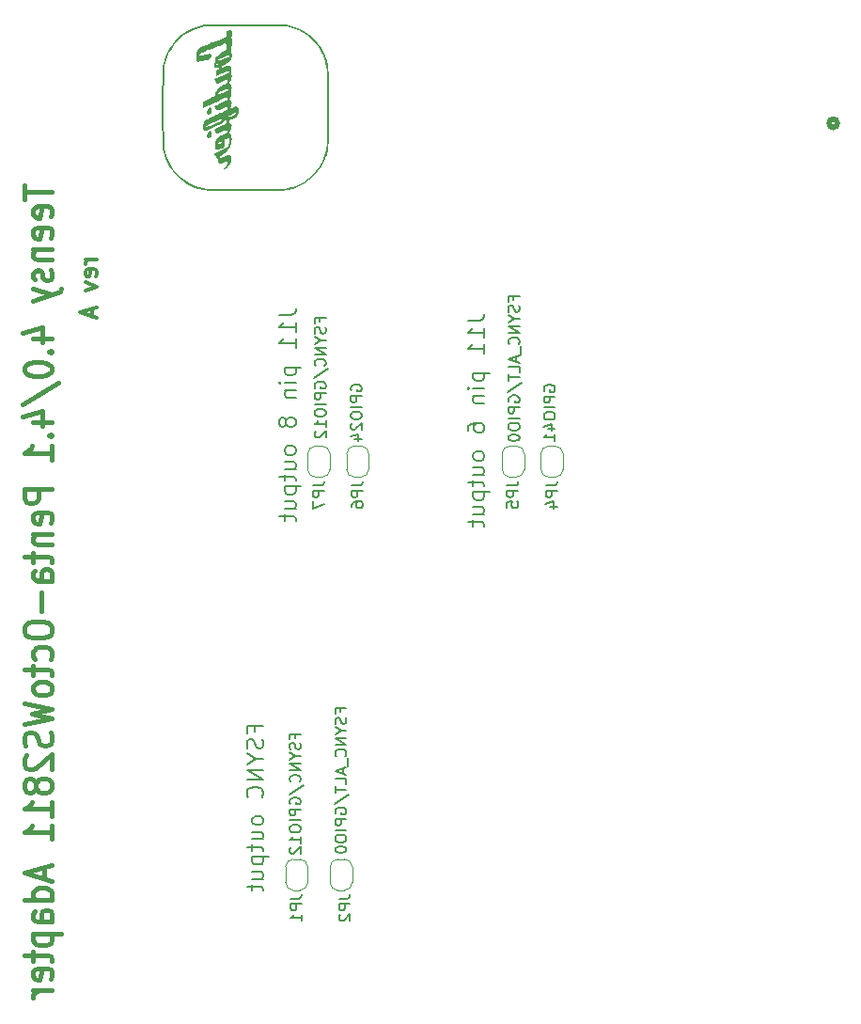
<source format=gbr>
%TF.GenerationSoftware,KiCad,Pcbnew,8.0.0*%
%TF.CreationDate,2024-03-24T17:19:01-07:00*%
%TF.ProjectId,Penta_OctoWS2811,50656e74-615f-44f6-9374-6f5753323831,rev?*%
%TF.SameCoordinates,Original*%
%TF.FileFunction,Legend,Bot*%
%TF.FilePolarity,Positive*%
%FSLAX46Y46*%
G04 Gerber Fmt 4.6, Leading zero omitted, Abs format (unit mm)*
G04 Created by KiCad (PCBNEW 8.0.0) date 2024-03-24 17:19:01*
%MOMM*%
%LPD*%
G01*
G04 APERTURE LIST*
%ADD10C,0.150000*%
%ADD11C,0.400000*%
%ADD12C,0.200000*%
%ADD13C,0.375000*%
%ADD14C,0.508000*%
%ADD15C,0.120000*%
%ADD16C,0.000000*%
G04 APERTURE END LIST*
D10*
X128846009Y-100870112D02*
X128846009Y-100536779D01*
X129369819Y-100536779D02*
X128369819Y-100536779D01*
X128369819Y-100536779D02*
X128369819Y-101012969D01*
X129322200Y-101346303D02*
X129369819Y-101489160D01*
X129369819Y-101489160D02*
X129369819Y-101727255D01*
X129369819Y-101727255D02*
X129322200Y-101822493D01*
X129322200Y-101822493D02*
X129274580Y-101870112D01*
X129274580Y-101870112D02*
X129179342Y-101917731D01*
X129179342Y-101917731D02*
X129084104Y-101917731D01*
X129084104Y-101917731D02*
X128988866Y-101870112D01*
X128988866Y-101870112D02*
X128941247Y-101822493D01*
X128941247Y-101822493D02*
X128893628Y-101727255D01*
X128893628Y-101727255D02*
X128846009Y-101536779D01*
X128846009Y-101536779D02*
X128798390Y-101441541D01*
X128798390Y-101441541D02*
X128750771Y-101393922D01*
X128750771Y-101393922D02*
X128655533Y-101346303D01*
X128655533Y-101346303D02*
X128560295Y-101346303D01*
X128560295Y-101346303D02*
X128465057Y-101393922D01*
X128465057Y-101393922D02*
X128417438Y-101441541D01*
X128417438Y-101441541D02*
X128369819Y-101536779D01*
X128369819Y-101536779D02*
X128369819Y-101774874D01*
X128369819Y-101774874D02*
X128417438Y-101917731D01*
X128893628Y-102536779D02*
X129369819Y-102536779D01*
X128369819Y-102203446D02*
X128893628Y-102536779D01*
X128893628Y-102536779D02*
X128369819Y-102870112D01*
X129369819Y-103203446D02*
X128369819Y-103203446D01*
X128369819Y-103203446D02*
X129369819Y-103774874D01*
X129369819Y-103774874D02*
X128369819Y-103774874D01*
X129274580Y-104822493D02*
X129322200Y-104774874D01*
X129322200Y-104774874D02*
X129369819Y-104632017D01*
X129369819Y-104632017D02*
X129369819Y-104536779D01*
X129369819Y-104536779D02*
X129322200Y-104393922D01*
X129322200Y-104393922D02*
X129226961Y-104298684D01*
X129226961Y-104298684D02*
X129131723Y-104251065D01*
X129131723Y-104251065D02*
X128941247Y-104203446D01*
X128941247Y-104203446D02*
X128798390Y-104203446D01*
X128798390Y-104203446D02*
X128607914Y-104251065D01*
X128607914Y-104251065D02*
X128512676Y-104298684D01*
X128512676Y-104298684D02*
X128417438Y-104393922D01*
X128417438Y-104393922D02*
X128369819Y-104536779D01*
X128369819Y-104536779D02*
X128369819Y-104632017D01*
X128369819Y-104632017D02*
X128417438Y-104774874D01*
X128417438Y-104774874D02*
X128465057Y-104822493D01*
X128322200Y-105965350D02*
X129607914Y-105108208D01*
X128417438Y-106822493D02*
X128369819Y-106727255D01*
X128369819Y-106727255D02*
X128369819Y-106584398D01*
X128369819Y-106584398D02*
X128417438Y-106441541D01*
X128417438Y-106441541D02*
X128512676Y-106346303D01*
X128512676Y-106346303D02*
X128607914Y-106298684D01*
X128607914Y-106298684D02*
X128798390Y-106251065D01*
X128798390Y-106251065D02*
X128941247Y-106251065D01*
X128941247Y-106251065D02*
X129131723Y-106298684D01*
X129131723Y-106298684D02*
X129226961Y-106346303D01*
X129226961Y-106346303D02*
X129322200Y-106441541D01*
X129322200Y-106441541D02*
X129369819Y-106584398D01*
X129369819Y-106584398D02*
X129369819Y-106679636D01*
X129369819Y-106679636D02*
X129322200Y-106822493D01*
X129322200Y-106822493D02*
X129274580Y-106870112D01*
X129274580Y-106870112D02*
X128941247Y-106870112D01*
X128941247Y-106870112D02*
X128941247Y-106679636D01*
X129369819Y-107298684D02*
X128369819Y-107298684D01*
X128369819Y-107298684D02*
X128369819Y-107679636D01*
X128369819Y-107679636D02*
X128417438Y-107774874D01*
X128417438Y-107774874D02*
X128465057Y-107822493D01*
X128465057Y-107822493D02*
X128560295Y-107870112D01*
X128560295Y-107870112D02*
X128703152Y-107870112D01*
X128703152Y-107870112D02*
X128798390Y-107822493D01*
X128798390Y-107822493D02*
X128846009Y-107774874D01*
X128846009Y-107774874D02*
X128893628Y-107679636D01*
X128893628Y-107679636D02*
X128893628Y-107298684D01*
X129369819Y-108298684D02*
X128369819Y-108298684D01*
X128369819Y-108965350D02*
X128369819Y-109155826D01*
X128369819Y-109155826D02*
X128417438Y-109251064D01*
X128417438Y-109251064D02*
X128512676Y-109346302D01*
X128512676Y-109346302D02*
X128703152Y-109393921D01*
X128703152Y-109393921D02*
X129036485Y-109393921D01*
X129036485Y-109393921D02*
X129226961Y-109346302D01*
X129226961Y-109346302D02*
X129322200Y-109251064D01*
X129322200Y-109251064D02*
X129369819Y-109155826D01*
X129369819Y-109155826D02*
X129369819Y-108965350D01*
X129369819Y-108965350D02*
X129322200Y-108870112D01*
X129322200Y-108870112D02*
X129226961Y-108774874D01*
X129226961Y-108774874D02*
X129036485Y-108727255D01*
X129036485Y-108727255D02*
X128703152Y-108727255D01*
X128703152Y-108727255D02*
X128512676Y-108774874D01*
X128512676Y-108774874D02*
X128417438Y-108870112D01*
X128417438Y-108870112D02*
X128369819Y-108965350D01*
X129369819Y-110346302D02*
X129369819Y-109774874D01*
X129369819Y-110060588D02*
X128369819Y-110060588D01*
X128369819Y-110060588D02*
X128512676Y-109965350D01*
X128512676Y-109965350D02*
X128607914Y-109870112D01*
X128607914Y-109870112D02*
X128655533Y-109774874D01*
X128465057Y-110727255D02*
X128417438Y-110774874D01*
X128417438Y-110774874D02*
X128369819Y-110870112D01*
X128369819Y-110870112D02*
X128369819Y-111108207D01*
X128369819Y-111108207D02*
X128417438Y-111203445D01*
X128417438Y-111203445D02*
X128465057Y-111251064D01*
X128465057Y-111251064D02*
X128560295Y-111298683D01*
X128560295Y-111298683D02*
X128655533Y-111298683D01*
X128655533Y-111298683D02*
X128798390Y-111251064D01*
X128798390Y-111251064D02*
X129369819Y-110679636D01*
X129369819Y-110679636D02*
X129369819Y-111298683D01*
X133917438Y-69610588D02*
X133869819Y-69515350D01*
X133869819Y-69515350D02*
X133869819Y-69372493D01*
X133869819Y-69372493D02*
X133917438Y-69229636D01*
X133917438Y-69229636D02*
X134012676Y-69134398D01*
X134012676Y-69134398D02*
X134107914Y-69086779D01*
X134107914Y-69086779D02*
X134298390Y-69039160D01*
X134298390Y-69039160D02*
X134441247Y-69039160D01*
X134441247Y-69039160D02*
X134631723Y-69086779D01*
X134631723Y-69086779D02*
X134726961Y-69134398D01*
X134726961Y-69134398D02*
X134822200Y-69229636D01*
X134822200Y-69229636D02*
X134869819Y-69372493D01*
X134869819Y-69372493D02*
X134869819Y-69467731D01*
X134869819Y-69467731D02*
X134822200Y-69610588D01*
X134822200Y-69610588D02*
X134774580Y-69658207D01*
X134774580Y-69658207D02*
X134441247Y-69658207D01*
X134441247Y-69658207D02*
X134441247Y-69467731D01*
X134869819Y-70086779D02*
X133869819Y-70086779D01*
X133869819Y-70086779D02*
X133869819Y-70467731D01*
X133869819Y-70467731D02*
X133917438Y-70562969D01*
X133917438Y-70562969D02*
X133965057Y-70610588D01*
X133965057Y-70610588D02*
X134060295Y-70658207D01*
X134060295Y-70658207D02*
X134203152Y-70658207D01*
X134203152Y-70658207D02*
X134298390Y-70610588D01*
X134298390Y-70610588D02*
X134346009Y-70562969D01*
X134346009Y-70562969D02*
X134393628Y-70467731D01*
X134393628Y-70467731D02*
X134393628Y-70086779D01*
X134869819Y-71086779D02*
X133869819Y-71086779D01*
X133869819Y-71753445D02*
X133869819Y-71943921D01*
X133869819Y-71943921D02*
X133917438Y-72039159D01*
X133917438Y-72039159D02*
X134012676Y-72134397D01*
X134012676Y-72134397D02*
X134203152Y-72182016D01*
X134203152Y-72182016D02*
X134536485Y-72182016D01*
X134536485Y-72182016D02*
X134726961Y-72134397D01*
X134726961Y-72134397D02*
X134822200Y-72039159D01*
X134822200Y-72039159D02*
X134869819Y-71943921D01*
X134869819Y-71943921D02*
X134869819Y-71753445D01*
X134869819Y-71753445D02*
X134822200Y-71658207D01*
X134822200Y-71658207D02*
X134726961Y-71562969D01*
X134726961Y-71562969D02*
X134536485Y-71515350D01*
X134536485Y-71515350D02*
X134203152Y-71515350D01*
X134203152Y-71515350D02*
X134012676Y-71562969D01*
X134012676Y-71562969D02*
X133917438Y-71658207D01*
X133917438Y-71658207D02*
X133869819Y-71753445D01*
X133965057Y-72562969D02*
X133917438Y-72610588D01*
X133917438Y-72610588D02*
X133869819Y-72705826D01*
X133869819Y-72705826D02*
X133869819Y-72943921D01*
X133869819Y-72943921D02*
X133917438Y-73039159D01*
X133917438Y-73039159D02*
X133965057Y-73086778D01*
X133965057Y-73086778D02*
X134060295Y-73134397D01*
X134060295Y-73134397D02*
X134155533Y-73134397D01*
X134155533Y-73134397D02*
X134298390Y-73086778D01*
X134298390Y-73086778D02*
X134869819Y-72515350D01*
X134869819Y-72515350D02*
X134869819Y-73134397D01*
X134203152Y-73991540D02*
X134869819Y-73991540D01*
X133822200Y-73753445D02*
X134536485Y-73515350D01*
X134536485Y-73515350D02*
X134536485Y-74134397D01*
D11*
X104443247Y-51122680D02*
X104443247Y-52379823D01*
X106943247Y-51751252D02*
X104443247Y-51751252D01*
X106824200Y-53951251D02*
X106943247Y-53741727D01*
X106943247Y-53741727D02*
X106943247Y-53322680D01*
X106943247Y-53322680D02*
X106824200Y-53113156D01*
X106824200Y-53113156D02*
X106586104Y-53008394D01*
X106586104Y-53008394D02*
X105633723Y-53008394D01*
X105633723Y-53008394D02*
X105395628Y-53113156D01*
X105395628Y-53113156D02*
X105276580Y-53322680D01*
X105276580Y-53322680D02*
X105276580Y-53741727D01*
X105276580Y-53741727D02*
X105395628Y-53951251D01*
X105395628Y-53951251D02*
X105633723Y-54056013D01*
X105633723Y-54056013D02*
X105871819Y-54056013D01*
X105871819Y-54056013D02*
X106109914Y-53008394D01*
X106824200Y-55836965D02*
X106943247Y-55627441D01*
X106943247Y-55627441D02*
X106943247Y-55208394D01*
X106943247Y-55208394D02*
X106824200Y-54998870D01*
X106824200Y-54998870D02*
X106586104Y-54894108D01*
X106586104Y-54894108D02*
X105633723Y-54894108D01*
X105633723Y-54894108D02*
X105395628Y-54998870D01*
X105395628Y-54998870D02*
X105276580Y-55208394D01*
X105276580Y-55208394D02*
X105276580Y-55627441D01*
X105276580Y-55627441D02*
X105395628Y-55836965D01*
X105395628Y-55836965D02*
X105633723Y-55941727D01*
X105633723Y-55941727D02*
X105871819Y-55941727D01*
X105871819Y-55941727D02*
X106109914Y-54894108D01*
X105276580Y-56884584D02*
X106943247Y-56884584D01*
X105514676Y-56884584D02*
X105395628Y-56989346D01*
X105395628Y-56989346D02*
X105276580Y-57198870D01*
X105276580Y-57198870D02*
X105276580Y-57513155D01*
X105276580Y-57513155D02*
X105395628Y-57722679D01*
X105395628Y-57722679D02*
X105633723Y-57827441D01*
X105633723Y-57827441D02*
X106943247Y-57827441D01*
X106824200Y-58770298D02*
X106943247Y-58979822D01*
X106943247Y-58979822D02*
X106943247Y-59398870D01*
X106943247Y-59398870D02*
X106824200Y-59608393D01*
X106824200Y-59608393D02*
X106586104Y-59713155D01*
X106586104Y-59713155D02*
X106467057Y-59713155D01*
X106467057Y-59713155D02*
X106228961Y-59608393D01*
X106228961Y-59608393D02*
X106109914Y-59398870D01*
X106109914Y-59398870D02*
X106109914Y-59084584D01*
X106109914Y-59084584D02*
X105990866Y-58875060D01*
X105990866Y-58875060D02*
X105752771Y-58770298D01*
X105752771Y-58770298D02*
X105633723Y-58770298D01*
X105633723Y-58770298D02*
X105395628Y-58875060D01*
X105395628Y-58875060D02*
X105276580Y-59084584D01*
X105276580Y-59084584D02*
X105276580Y-59398870D01*
X105276580Y-59398870D02*
X105395628Y-59608393D01*
X105276580Y-60446488D02*
X106943247Y-60970298D01*
X105276580Y-61494107D02*
X106943247Y-60970298D01*
X106943247Y-60970298D02*
X107538485Y-60760774D01*
X107538485Y-60760774D02*
X107657533Y-60656012D01*
X107657533Y-60656012D02*
X107776580Y-60446488D01*
X105276580Y-64951249D02*
X106943247Y-64951249D01*
X104324200Y-64427440D02*
X106109914Y-63903630D01*
X106109914Y-63903630D02*
X106109914Y-65265535D01*
X106705152Y-66103630D02*
X106824200Y-66208392D01*
X106824200Y-66208392D02*
X106943247Y-66103630D01*
X106943247Y-66103630D02*
X106824200Y-65998868D01*
X106824200Y-65998868D02*
X106705152Y-66103630D01*
X106705152Y-66103630D02*
X106943247Y-66103630D01*
X104443247Y-67570297D02*
X104443247Y-67779820D01*
X104443247Y-67779820D02*
X104562295Y-67989344D01*
X104562295Y-67989344D02*
X104681342Y-68094106D01*
X104681342Y-68094106D02*
X104919438Y-68198868D01*
X104919438Y-68198868D02*
X105395628Y-68303630D01*
X105395628Y-68303630D02*
X105990866Y-68303630D01*
X105990866Y-68303630D02*
X106467057Y-68198868D01*
X106467057Y-68198868D02*
X106705152Y-68094106D01*
X106705152Y-68094106D02*
X106824200Y-67989344D01*
X106824200Y-67989344D02*
X106943247Y-67779820D01*
X106943247Y-67779820D02*
X106943247Y-67570297D01*
X106943247Y-67570297D02*
X106824200Y-67360773D01*
X106824200Y-67360773D02*
X106705152Y-67256011D01*
X106705152Y-67256011D02*
X106467057Y-67151249D01*
X106467057Y-67151249D02*
X105990866Y-67046487D01*
X105990866Y-67046487D02*
X105395628Y-67046487D01*
X105395628Y-67046487D02*
X104919438Y-67151249D01*
X104919438Y-67151249D02*
X104681342Y-67256011D01*
X104681342Y-67256011D02*
X104562295Y-67360773D01*
X104562295Y-67360773D02*
X104443247Y-67570297D01*
X104324200Y-70817916D02*
X107538485Y-68932201D01*
X105276580Y-72494106D02*
X106943247Y-72494106D01*
X104324200Y-71970297D02*
X106109914Y-71446487D01*
X106109914Y-71446487D02*
X106109914Y-72808392D01*
X106705152Y-73646487D02*
X106824200Y-73751249D01*
X106824200Y-73751249D02*
X106943247Y-73646487D01*
X106943247Y-73646487D02*
X106824200Y-73541725D01*
X106824200Y-73541725D02*
X106705152Y-73646487D01*
X106705152Y-73646487D02*
X106943247Y-73646487D01*
X106943247Y-75846487D02*
X106943247Y-74589344D01*
X106943247Y-75217916D02*
X104443247Y-75217916D01*
X104443247Y-75217916D02*
X104800390Y-75008392D01*
X104800390Y-75008392D02*
X105038485Y-74798868D01*
X105038485Y-74798868D02*
X105157533Y-74589344D01*
X106943247Y-78465534D02*
X104443247Y-78465534D01*
X104443247Y-78465534D02*
X104443247Y-79303629D01*
X104443247Y-79303629D02*
X104562295Y-79513153D01*
X104562295Y-79513153D02*
X104681342Y-79617915D01*
X104681342Y-79617915D02*
X104919438Y-79722677D01*
X104919438Y-79722677D02*
X105276580Y-79722677D01*
X105276580Y-79722677D02*
X105514676Y-79617915D01*
X105514676Y-79617915D02*
X105633723Y-79513153D01*
X105633723Y-79513153D02*
X105752771Y-79303629D01*
X105752771Y-79303629D02*
X105752771Y-78465534D01*
X106824200Y-81503629D02*
X106943247Y-81294105D01*
X106943247Y-81294105D02*
X106943247Y-80875058D01*
X106943247Y-80875058D02*
X106824200Y-80665534D01*
X106824200Y-80665534D02*
X106586104Y-80560772D01*
X106586104Y-80560772D02*
X105633723Y-80560772D01*
X105633723Y-80560772D02*
X105395628Y-80665534D01*
X105395628Y-80665534D02*
X105276580Y-80875058D01*
X105276580Y-80875058D02*
X105276580Y-81294105D01*
X105276580Y-81294105D02*
X105395628Y-81503629D01*
X105395628Y-81503629D02*
X105633723Y-81608391D01*
X105633723Y-81608391D02*
X105871819Y-81608391D01*
X105871819Y-81608391D02*
X106109914Y-80560772D01*
X105276580Y-82551248D02*
X106943247Y-82551248D01*
X105514676Y-82551248D02*
X105395628Y-82656010D01*
X105395628Y-82656010D02*
X105276580Y-82865534D01*
X105276580Y-82865534D02*
X105276580Y-83179819D01*
X105276580Y-83179819D02*
X105395628Y-83389343D01*
X105395628Y-83389343D02*
X105633723Y-83494105D01*
X105633723Y-83494105D02*
X106943247Y-83494105D01*
X105276580Y-84227438D02*
X105276580Y-85065534D01*
X104443247Y-84541724D02*
X106586104Y-84541724D01*
X106586104Y-84541724D02*
X106824200Y-84646486D01*
X106824200Y-84646486D02*
X106943247Y-84856010D01*
X106943247Y-84856010D02*
X106943247Y-85065534D01*
X106943247Y-86741724D02*
X105633723Y-86741724D01*
X105633723Y-86741724D02*
X105395628Y-86636962D01*
X105395628Y-86636962D02*
X105276580Y-86427438D01*
X105276580Y-86427438D02*
X105276580Y-86008391D01*
X105276580Y-86008391D02*
X105395628Y-85798867D01*
X106824200Y-86741724D02*
X106943247Y-86532200D01*
X106943247Y-86532200D02*
X106943247Y-86008391D01*
X106943247Y-86008391D02*
X106824200Y-85798867D01*
X106824200Y-85798867D02*
X106586104Y-85694105D01*
X106586104Y-85694105D02*
X106348009Y-85694105D01*
X106348009Y-85694105D02*
X106109914Y-85798867D01*
X106109914Y-85798867D02*
X105990866Y-86008391D01*
X105990866Y-86008391D02*
X105990866Y-86532200D01*
X105990866Y-86532200D02*
X105871819Y-86741724D01*
X105990866Y-87789343D02*
X105990866Y-89465534D01*
X104443247Y-90932201D02*
X104443247Y-91351248D01*
X104443247Y-91351248D02*
X104562295Y-91560772D01*
X104562295Y-91560772D02*
X104800390Y-91770296D01*
X104800390Y-91770296D02*
X105276580Y-91875058D01*
X105276580Y-91875058D02*
X106109914Y-91875058D01*
X106109914Y-91875058D02*
X106586104Y-91770296D01*
X106586104Y-91770296D02*
X106824200Y-91560772D01*
X106824200Y-91560772D02*
X106943247Y-91351248D01*
X106943247Y-91351248D02*
X106943247Y-90932201D01*
X106943247Y-90932201D02*
X106824200Y-90722677D01*
X106824200Y-90722677D02*
X106586104Y-90513153D01*
X106586104Y-90513153D02*
X106109914Y-90408391D01*
X106109914Y-90408391D02*
X105276580Y-90408391D01*
X105276580Y-90408391D02*
X104800390Y-90513153D01*
X104800390Y-90513153D02*
X104562295Y-90722677D01*
X104562295Y-90722677D02*
X104443247Y-90932201D01*
X106824200Y-93760772D02*
X106943247Y-93551248D01*
X106943247Y-93551248D02*
X106943247Y-93132201D01*
X106943247Y-93132201D02*
X106824200Y-92922677D01*
X106824200Y-92922677D02*
X106705152Y-92817915D01*
X106705152Y-92817915D02*
X106467057Y-92713153D01*
X106467057Y-92713153D02*
X105752771Y-92713153D01*
X105752771Y-92713153D02*
X105514676Y-92817915D01*
X105514676Y-92817915D02*
X105395628Y-92922677D01*
X105395628Y-92922677D02*
X105276580Y-93132201D01*
X105276580Y-93132201D02*
X105276580Y-93551248D01*
X105276580Y-93551248D02*
X105395628Y-93760772D01*
X105276580Y-94389343D02*
X105276580Y-95227439D01*
X104443247Y-94703629D02*
X106586104Y-94703629D01*
X106586104Y-94703629D02*
X106824200Y-94808391D01*
X106824200Y-94808391D02*
X106943247Y-95017915D01*
X106943247Y-95017915D02*
X106943247Y-95227439D01*
X106943247Y-96275058D02*
X106824200Y-96065534D01*
X106824200Y-96065534D02*
X106705152Y-95960772D01*
X106705152Y-95960772D02*
X106467057Y-95856010D01*
X106467057Y-95856010D02*
X105752771Y-95856010D01*
X105752771Y-95856010D02*
X105514676Y-95960772D01*
X105514676Y-95960772D02*
X105395628Y-96065534D01*
X105395628Y-96065534D02*
X105276580Y-96275058D01*
X105276580Y-96275058D02*
X105276580Y-96589343D01*
X105276580Y-96589343D02*
X105395628Y-96798867D01*
X105395628Y-96798867D02*
X105514676Y-96903629D01*
X105514676Y-96903629D02*
X105752771Y-97008391D01*
X105752771Y-97008391D02*
X106467057Y-97008391D01*
X106467057Y-97008391D02*
X106705152Y-96903629D01*
X106705152Y-96903629D02*
X106824200Y-96798867D01*
X106824200Y-96798867D02*
X106943247Y-96589343D01*
X106943247Y-96589343D02*
X106943247Y-96275058D01*
X104443247Y-97741724D02*
X106943247Y-98265534D01*
X106943247Y-98265534D02*
X105157533Y-98684581D01*
X105157533Y-98684581D02*
X106943247Y-99103629D01*
X106943247Y-99103629D02*
X104443247Y-99627439D01*
X106824200Y-100360772D02*
X106943247Y-100675058D01*
X106943247Y-100675058D02*
X106943247Y-101198867D01*
X106943247Y-101198867D02*
X106824200Y-101408391D01*
X106824200Y-101408391D02*
X106705152Y-101513153D01*
X106705152Y-101513153D02*
X106467057Y-101617915D01*
X106467057Y-101617915D02*
X106228961Y-101617915D01*
X106228961Y-101617915D02*
X105990866Y-101513153D01*
X105990866Y-101513153D02*
X105871819Y-101408391D01*
X105871819Y-101408391D02*
X105752771Y-101198867D01*
X105752771Y-101198867D02*
X105633723Y-100779820D01*
X105633723Y-100779820D02*
X105514676Y-100570296D01*
X105514676Y-100570296D02*
X105395628Y-100465534D01*
X105395628Y-100465534D02*
X105157533Y-100360772D01*
X105157533Y-100360772D02*
X104919438Y-100360772D01*
X104919438Y-100360772D02*
X104681342Y-100465534D01*
X104681342Y-100465534D02*
X104562295Y-100570296D01*
X104562295Y-100570296D02*
X104443247Y-100779820D01*
X104443247Y-100779820D02*
X104443247Y-101303629D01*
X104443247Y-101303629D02*
X104562295Y-101617915D01*
X104681342Y-102456010D02*
X104562295Y-102560772D01*
X104562295Y-102560772D02*
X104443247Y-102770296D01*
X104443247Y-102770296D02*
X104443247Y-103294105D01*
X104443247Y-103294105D02*
X104562295Y-103503629D01*
X104562295Y-103503629D02*
X104681342Y-103608391D01*
X104681342Y-103608391D02*
X104919438Y-103713153D01*
X104919438Y-103713153D02*
X105157533Y-103713153D01*
X105157533Y-103713153D02*
X105514676Y-103608391D01*
X105514676Y-103608391D02*
X106943247Y-102351248D01*
X106943247Y-102351248D02*
X106943247Y-103713153D01*
X105514676Y-104970296D02*
X105395628Y-104760772D01*
X105395628Y-104760772D02*
X105276580Y-104656010D01*
X105276580Y-104656010D02*
X105038485Y-104551248D01*
X105038485Y-104551248D02*
X104919438Y-104551248D01*
X104919438Y-104551248D02*
X104681342Y-104656010D01*
X104681342Y-104656010D02*
X104562295Y-104760772D01*
X104562295Y-104760772D02*
X104443247Y-104970296D01*
X104443247Y-104970296D02*
X104443247Y-105389343D01*
X104443247Y-105389343D02*
X104562295Y-105598867D01*
X104562295Y-105598867D02*
X104681342Y-105703629D01*
X104681342Y-105703629D02*
X104919438Y-105808391D01*
X104919438Y-105808391D02*
X105038485Y-105808391D01*
X105038485Y-105808391D02*
X105276580Y-105703629D01*
X105276580Y-105703629D02*
X105395628Y-105598867D01*
X105395628Y-105598867D02*
X105514676Y-105389343D01*
X105514676Y-105389343D02*
X105514676Y-104970296D01*
X105514676Y-104970296D02*
X105633723Y-104760772D01*
X105633723Y-104760772D02*
X105752771Y-104656010D01*
X105752771Y-104656010D02*
X105990866Y-104551248D01*
X105990866Y-104551248D02*
X106467057Y-104551248D01*
X106467057Y-104551248D02*
X106705152Y-104656010D01*
X106705152Y-104656010D02*
X106824200Y-104760772D01*
X106824200Y-104760772D02*
X106943247Y-104970296D01*
X106943247Y-104970296D02*
X106943247Y-105389343D01*
X106943247Y-105389343D02*
X106824200Y-105598867D01*
X106824200Y-105598867D02*
X106705152Y-105703629D01*
X106705152Y-105703629D02*
X106467057Y-105808391D01*
X106467057Y-105808391D02*
X105990866Y-105808391D01*
X105990866Y-105808391D02*
X105752771Y-105703629D01*
X105752771Y-105703629D02*
X105633723Y-105598867D01*
X105633723Y-105598867D02*
X105514676Y-105389343D01*
X106943247Y-107903629D02*
X106943247Y-106646486D01*
X106943247Y-107275058D02*
X104443247Y-107275058D01*
X104443247Y-107275058D02*
X104800390Y-107065534D01*
X104800390Y-107065534D02*
X105038485Y-106856010D01*
X105038485Y-106856010D02*
X105157533Y-106646486D01*
X106943247Y-109998867D02*
X106943247Y-108741724D01*
X106943247Y-109370296D02*
X104443247Y-109370296D01*
X104443247Y-109370296D02*
X104800390Y-109160772D01*
X104800390Y-109160772D02*
X105038485Y-108951248D01*
X105038485Y-108951248D02*
X105157533Y-108741724D01*
X106228961Y-112513152D02*
X106228961Y-113560771D01*
X106943247Y-112303628D02*
X104443247Y-113036962D01*
X104443247Y-113036962D02*
X106943247Y-113770295D01*
X106943247Y-115446485D02*
X104443247Y-115446485D01*
X106824200Y-115446485D02*
X106943247Y-115236961D01*
X106943247Y-115236961D02*
X106943247Y-114817914D01*
X106943247Y-114817914D02*
X106824200Y-114608390D01*
X106824200Y-114608390D02*
X106705152Y-114503628D01*
X106705152Y-114503628D02*
X106467057Y-114398866D01*
X106467057Y-114398866D02*
X105752771Y-114398866D01*
X105752771Y-114398866D02*
X105514676Y-114503628D01*
X105514676Y-114503628D02*
X105395628Y-114608390D01*
X105395628Y-114608390D02*
X105276580Y-114817914D01*
X105276580Y-114817914D02*
X105276580Y-115236961D01*
X105276580Y-115236961D02*
X105395628Y-115446485D01*
X106943247Y-117436961D02*
X105633723Y-117436961D01*
X105633723Y-117436961D02*
X105395628Y-117332199D01*
X105395628Y-117332199D02*
X105276580Y-117122675D01*
X105276580Y-117122675D02*
X105276580Y-116703628D01*
X105276580Y-116703628D02*
X105395628Y-116494104D01*
X106824200Y-117436961D02*
X106943247Y-117227437D01*
X106943247Y-117227437D02*
X106943247Y-116703628D01*
X106943247Y-116703628D02*
X106824200Y-116494104D01*
X106824200Y-116494104D02*
X106586104Y-116389342D01*
X106586104Y-116389342D02*
X106348009Y-116389342D01*
X106348009Y-116389342D02*
X106109914Y-116494104D01*
X106109914Y-116494104D02*
X105990866Y-116703628D01*
X105990866Y-116703628D02*
X105990866Y-117227437D01*
X105990866Y-117227437D02*
X105871819Y-117436961D01*
X105276580Y-118484580D02*
X107776580Y-118484580D01*
X105395628Y-118484580D02*
X105276580Y-118694104D01*
X105276580Y-118694104D02*
X105276580Y-119113151D01*
X105276580Y-119113151D02*
X105395628Y-119322675D01*
X105395628Y-119322675D02*
X105514676Y-119427437D01*
X105514676Y-119427437D02*
X105752771Y-119532199D01*
X105752771Y-119532199D02*
X106467057Y-119532199D01*
X106467057Y-119532199D02*
X106705152Y-119427437D01*
X106705152Y-119427437D02*
X106824200Y-119322675D01*
X106824200Y-119322675D02*
X106943247Y-119113151D01*
X106943247Y-119113151D02*
X106943247Y-118694104D01*
X106943247Y-118694104D02*
X106824200Y-118484580D01*
X105276580Y-120160770D02*
X105276580Y-120998866D01*
X104443247Y-120475056D02*
X106586104Y-120475056D01*
X106586104Y-120475056D02*
X106824200Y-120579818D01*
X106824200Y-120579818D02*
X106943247Y-120789342D01*
X106943247Y-120789342D02*
X106943247Y-120998866D01*
X106824200Y-122570294D02*
X106943247Y-122360770D01*
X106943247Y-122360770D02*
X106943247Y-121941723D01*
X106943247Y-121941723D02*
X106824200Y-121732199D01*
X106824200Y-121732199D02*
X106586104Y-121627437D01*
X106586104Y-121627437D02*
X105633723Y-121627437D01*
X105633723Y-121627437D02*
X105395628Y-121732199D01*
X105395628Y-121732199D02*
X105276580Y-121941723D01*
X105276580Y-121941723D02*
X105276580Y-122360770D01*
X105276580Y-122360770D02*
X105395628Y-122570294D01*
X105395628Y-122570294D02*
X105633723Y-122675056D01*
X105633723Y-122675056D02*
X105871819Y-122675056D01*
X105871819Y-122675056D02*
X106109914Y-121627437D01*
X106943247Y-123617913D02*
X105276580Y-123617913D01*
X105752771Y-123617913D02*
X105514676Y-123722675D01*
X105514676Y-123722675D02*
X105395628Y-123827437D01*
X105395628Y-123827437D02*
X105276580Y-124036961D01*
X105276580Y-124036961D02*
X105276580Y-124246484D01*
D12*
X127406028Y-62817292D02*
X128477457Y-62817292D01*
X128477457Y-62817292D02*
X128691742Y-62745863D01*
X128691742Y-62745863D02*
X128834600Y-62603006D01*
X128834600Y-62603006D02*
X128906028Y-62388720D01*
X128906028Y-62388720D02*
X128906028Y-62245863D01*
X128906028Y-64317292D02*
X128906028Y-63460149D01*
X128906028Y-63888720D02*
X127406028Y-63888720D01*
X127406028Y-63888720D02*
X127620314Y-63745863D01*
X127620314Y-63745863D02*
X127763171Y-63603006D01*
X127763171Y-63603006D02*
X127834600Y-63460149D01*
X128906028Y-65745863D02*
X128906028Y-64888720D01*
X128906028Y-65317291D02*
X127406028Y-65317291D01*
X127406028Y-65317291D02*
X127620314Y-65174434D01*
X127620314Y-65174434D02*
X127763171Y-65031577D01*
X127763171Y-65031577D02*
X127834600Y-64888720D01*
X127906028Y-67531576D02*
X129406028Y-67531576D01*
X127977457Y-67531576D02*
X127906028Y-67674434D01*
X127906028Y-67674434D02*
X127906028Y-67960148D01*
X127906028Y-67960148D02*
X127977457Y-68103005D01*
X127977457Y-68103005D02*
X128048885Y-68174434D01*
X128048885Y-68174434D02*
X128191742Y-68245862D01*
X128191742Y-68245862D02*
X128620314Y-68245862D01*
X128620314Y-68245862D02*
X128763171Y-68174434D01*
X128763171Y-68174434D02*
X128834600Y-68103005D01*
X128834600Y-68103005D02*
X128906028Y-67960148D01*
X128906028Y-67960148D02*
X128906028Y-67674434D01*
X128906028Y-67674434D02*
X128834600Y-67531576D01*
X128906028Y-68888719D02*
X127906028Y-68888719D01*
X127406028Y-68888719D02*
X127477457Y-68817291D01*
X127477457Y-68817291D02*
X127548885Y-68888719D01*
X127548885Y-68888719D02*
X127477457Y-68960148D01*
X127477457Y-68960148D02*
X127406028Y-68888719D01*
X127406028Y-68888719D02*
X127548885Y-68888719D01*
X127906028Y-69603005D02*
X128906028Y-69603005D01*
X128048885Y-69603005D02*
X127977457Y-69674434D01*
X127977457Y-69674434D02*
X127906028Y-69817291D01*
X127906028Y-69817291D02*
X127906028Y-70031577D01*
X127906028Y-70031577D02*
X127977457Y-70174434D01*
X127977457Y-70174434D02*
X128120314Y-70245863D01*
X128120314Y-70245863D02*
X128906028Y-70245863D01*
X128048885Y-72317291D02*
X127977457Y-72174434D01*
X127977457Y-72174434D02*
X127906028Y-72103005D01*
X127906028Y-72103005D02*
X127763171Y-72031577D01*
X127763171Y-72031577D02*
X127691742Y-72031577D01*
X127691742Y-72031577D02*
X127548885Y-72103005D01*
X127548885Y-72103005D02*
X127477457Y-72174434D01*
X127477457Y-72174434D02*
X127406028Y-72317291D01*
X127406028Y-72317291D02*
X127406028Y-72603005D01*
X127406028Y-72603005D02*
X127477457Y-72745863D01*
X127477457Y-72745863D02*
X127548885Y-72817291D01*
X127548885Y-72817291D02*
X127691742Y-72888720D01*
X127691742Y-72888720D02*
X127763171Y-72888720D01*
X127763171Y-72888720D02*
X127906028Y-72817291D01*
X127906028Y-72817291D02*
X127977457Y-72745863D01*
X127977457Y-72745863D02*
X128048885Y-72603005D01*
X128048885Y-72603005D02*
X128048885Y-72317291D01*
X128048885Y-72317291D02*
X128120314Y-72174434D01*
X128120314Y-72174434D02*
X128191742Y-72103005D01*
X128191742Y-72103005D02*
X128334600Y-72031577D01*
X128334600Y-72031577D02*
X128620314Y-72031577D01*
X128620314Y-72031577D02*
X128763171Y-72103005D01*
X128763171Y-72103005D02*
X128834600Y-72174434D01*
X128834600Y-72174434D02*
X128906028Y-72317291D01*
X128906028Y-72317291D02*
X128906028Y-72603005D01*
X128906028Y-72603005D02*
X128834600Y-72745863D01*
X128834600Y-72745863D02*
X128763171Y-72817291D01*
X128763171Y-72817291D02*
X128620314Y-72888720D01*
X128620314Y-72888720D02*
X128334600Y-72888720D01*
X128334600Y-72888720D02*
X128191742Y-72817291D01*
X128191742Y-72817291D02*
X128120314Y-72745863D01*
X128120314Y-72745863D02*
X128048885Y-72603005D01*
X128906028Y-74888719D02*
X128834600Y-74745862D01*
X128834600Y-74745862D02*
X128763171Y-74674433D01*
X128763171Y-74674433D02*
X128620314Y-74603005D01*
X128620314Y-74603005D02*
X128191742Y-74603005D01*
X128191742Y-74603005D02*
X128048885Y-74674433D01*
X128048885Y-74674433D02*
X127977457Y-74745862D01*
X127977457Y-74745862D02*
X127906028Y-74888719D01*
X127906028Y-74888719D02*
X127906028Y-75103005D01*
X127906028Y-75103005D02*
X127977457Y-75245862D01*
X127977457Y-75245862D02*
X128048885Y-75317291D01*
X128048885Y-75317291D02*
X128191742Y-75388719D01*
X128191742Y-75388719D02*
X128620314Y-75388719D01*
X128620314Y-75388719D02*
X128763171Y-75317291D01*
X128763171Y-75317291D02*
X128834600Y-75245862D01*
X128834600Y-75245862D02*
X128906028Y-75103005D01*
X128906028Y-75103005D02*
X128906028Y-74888719D01*
X127906028Y-76674434D02*
X128906028Y-76674434D01*
X127906028Y-76031576D02*
X128691742Y-76031576D01*
X128691742Y-76031576D02*
X128834600Y-76103005D01*
X128834600Y-76103005D02*
X128906028Y-76245862D01*
X128906028Y-76245862D02*
X128906028Y-76460148D01*
X128906028Y-76460148D02*
X128834600Y-76603005D01*
X128834600Y-76603005D02*
X128763171Y-76674434D01*
X127906028Y-77174434D02*
X127906028Y-77745862D01*
X127406028Y-77388719D02*
X128691742Y-77388719D01*
X128691742Y-77388719D02*
X128834600Y-77460148D01*
X128834600Y-77460148D02*
X128906028Y-77603005D01*
X128906028Y-77603005D02*
X128906028Y-77745862D01*
X127906028Y-78245862D02*
X129406028Y-78245862D01*
X127977457Y-78245862D02*
X127906028Y-78388720D01*
X127906028Y-78388720D02*
X127906028Y-78674434D01*
X127906028Y-78674434D02*
X127977457Y-78817291D01*
X127977457Y-78817291D02*
X128048885Y-78888720D01*
X128048885Y-78888720D02*
X128191742Y-78960148D01*
X128191742Y-78960148D02*
X128620314Y-78960148D01*
X128620314Y-78960148D02*
X128763171Y-78888720D01*
X128763171Y-78888720D02*
X128834600Y-78817291D01*
X128834600Y-78817291D02*
X128906028Y-78674434D01*
X128906028Y-78674434D02*
X128906028Y-78388720D01*
X128906028Y-78388720D02*
X128834600Y-78245862D01*
X127906028Y-80245863D02*
X128906028Y-80245863D01*
X127906028Y-79603005D02*
X128691742Y-79603005D01*
X128691742Y-79603005D02*
X128834600Y-79674434D01*
X128834600Y-79674434D02*
X128906028Y-79817291D01*
X128906028Y-79817291D02*
X128906028Y-80031577D01*
X128906028Y-80031577D02*
X128834600Y-80174434D01*
X128834600Y-80174434D02*
X128763171Y-80245863D01*
X127906028Y-80745863D02*
X127906028Y-81317291D01*
X127406028Y-80960148D02*
X128691742Y-80960148D01*
X128691742Y-80960148D02*
X128834600Y-81031577D01*
X128834600Y-81031577D02*
X128906028Y-81174434D01*
X128906028Y-81174434D02*
X128906028Y-81317291D01*
X144406028Y-63317292D02*
X145477457Y-63317292D01*
X145477457Y-63317292D02*
X145691742Y-63245863D01*
X145691742Y-63245863D02*
X145834600Y-63103006D01*
X145834600Y-63103006D02*
X145906028Y-62888720D01*
X145906028Y-62888720D02*
X145906028Y-62745863D01*
X145906028Y-64817292D02*
X145906028Y-63960149D01*
X145906028Y-64388720D02*
X144406028Y-64388720D01*
X144406028Y-64388720D02*
X144620314Y-64245863D01*
X144620314Y-64245863D02*
X144763171Y-64103006D01*
X144763171Y-64103006D02*
X144834600Y-63960149D01*
X145906028Y-66245863D02*
X145906028Y-65388720D01*
X145906028Y-65817291D02*
X144406028Y-65817291D01*
X144406028Y-65817291D02*
X144620314Y-65674434D01*
X144620314Y-65674434D02*
X144763171Y-65531577D01*
X144763171Y-65531577D02*
X144834600Y-65388720D01*
X144906028Y-68031576D02*
X146406028Y-68031576D01*
X144977457Y-68031576D02*
X144906028Y-68174434D01*
X144906028Y-68174434D02*
X144906028Y-68460148D01*
X144906028Y-68460148D02*
X144977457Y-68603005D01*
X144977457Y-68603005D02*
X145048885Y-68674434D01*
X145048885Y-68674434D02*
X145191742Y-68745862D01*
X145191742Y-68745862D02*
X145620314Y-68745862D01*
X145620314Y-68745862D02*
X145763171Y-68674434D01*
X145763171Y-68674434D02*
X145834600Y-68603005D01*
X145834600Y-68603005D02*
X145906028Y-68460148D01*
X145906028Y-68460148D02*
X145906028Y-68174434D01*
X145906028Y-68174434D02*
X145834600Y-68031576D01*
X145906028Y-69388719D02*
X144906028Y-69388719D01*
X144406028Y-69388719D02*
X144477457Y-69317291D01*
X144477457Y-69317291D02*
X144548885Y-69388719D01*
X144548885Y-69388719D02*
X144477457Y-69460148D01*
X144477457Y-69460148D02*
X144406028Y-69388719D01*
X144406028Y-69388719D02*
X144548885Y-69388719D01*
X144906028Y-70103005D02*
X145906028Y-70103005D01*
X145048885Y-70103005D02*
X144977457Y-70174434D01*
X144977457Y-70174434D02*
X144906028Y-70317291D01*
X144906028Y-70317291D02*
X144906028Y-70531577D01*
X144906028Y-70531577D02*
X144977457Y-70674434D01*
X144977457Y-70674434D02*
X145120314Y-70745863D01*
X145120314Y-70745863D02*
X145906028Y-70745863D01*
X144406028Y-73245863D02*
X144406028Y-72960148D01*
X144406028Y-72960148D02*
X144477457Y-72817291D01*
X144477457Y-72817291D02*
X144548885Y-72745863D01*
X144548885Y-72745863D02*
X144763171Y-72603005D01*
X144763171Y-72603005D02*
X145048885Y-72531577D01*
X145048885Y-72531577D02*
X145620314Y-72531577D01*
X145620314Y-72531577D02*
X145763171Y-72603005D01*
X145763171Y-72603005D02*
X145834600Y-72674434D01*
X145834600Y-72674434D02*
X145906028Y-72817291D01*
X145906028Y-72817291D02*
X145906028Y-73103005D01*
X145906028Y-73103005D02*
X145834600Y-73245863D01*
X145834600Y-73245863D02*
X145763171Y-73317291D01*
X145763171Y-73317291D02*
X145620314Y-73388720D01*
X145620314Y-73388720D02*
X145263171Y-73388720D01*
X145263171Y-73388720D02*
X145120314Y-73317291D01*
X145120314Y-73317291D02*
X145048885Y-73245863D01*
X145048885Y-73245863D02*
X144977457Y-73103005D01*
X144977457Y-73103005D02*
X144977457Y-72817291D01*
X144977457Y-72817291D02*
X145048885Y-72674434D01*
X145048885Y-72674434D02*
X145120314Y-72603005D01*
X145120314Y-72603005D02*
X145263171Y-72531577D01*
X145906028Y-75388719D02*
X145834600Y-75245862D01*
X145834600Y-75245862D02*
X145763171Y-75174433D01*
X145763171Y-75174433D02*
X145620314Y-75103005D01*
X145620314Y-75103005D02*
X145191742Y-75103005D01*
X145191742Y-75103005D02*
X145048885Y-75174433D01*
X145048885Y-75174433D02*
X144977457Y-75245862D01*
X144977457Y-75245862D02*
X144906028Y-75388719D01*
X144906028Y-75388719D02*
X144906028Y-75603005D01*
X144906028Y-75603005D02*
X144977457Y-75745862D01*
X144977457Y-75745862D02*
X145048885Y-75817291D01*
X145048885Y-75817291D02*
X145191742Y-75888719D01*
X145191742Y-75888719D02*
X145620314Y-75888719D01*
X145620314Y-75888719D02*
X145763171Y-75817291D01*
X145763171Y-75817291D02*
X145834600Y-75745862D01*
X145834600Y-75745862D02*
X145906028Y-75603005D01*
X145906028Y-75603005D02*
X145906028Y-75388719D01*
X144906028Y-77174434D02*
X145906028Y-77174434D01*
X144906028Y-76531576D02*
X145691742Y-76531576D01*
X145691742Y-76531576D02*
X145834600Y-76603005D01*
X145834600Y-76603005D02*
X145906028Y-76745862D01*
X145906028Y-76745862D02*
X145906028Y-76960148D01*
X145906028Y-76960148D02*
X145834600Y-77103005D01*
X145834600Y-77103005D02*
X145763171Y-77174434D01*
X144906028Y-77674434D02*
X144906028Y-78245862D01*
X144406028Y-77888719D02*
X145691742Y-77888719D01*
X145691742Y-77888719D02*
X145834600Y-77960148D01*
X145834600Y-77960148D02*
X145906028Y-78103005D01*
X145906028Y-78103005D02*
X145906028Y-78245862D01*
X144906028Y-78745862D02*
X146406028Y-78745862D01*
X144977457Y-78745862D02*
X144906028Y-78888720D01*
X144906028Y-78888720D02*
X144906028Y-79174434D01*
X144906028Y-79174434D02*
X144977457Y-79317291D01*
X144977457Y-79317291D02*
X145048885Y-79388720D01*
X145048885Y-79388720D02*
X145191742Y-79460148D01*
X145191742Y-79460148D02*
X145620314Y-79460148D01*
X145620314Y-79460148D02*
X145763171Y-79388720D01*
X145763171Y-79388720D02*
X145834600Y-79317291D01*
X145834600Y-79317291D02*
X145906028Y-79174434D01*
X145906028Y-79174434D02*
X145906028Y-78888720D01*
X145906028Y-78888720D02*
X145834600Y-78745862D01*
X144906028Y-80745863D02*
X145906028Y-80745863D01*
X144906028Y-80103005D02*
X145691742Y-80103005D01*
X145691742Y-80103005D02*
X145834600Y-80174434D01*
X145834600Y-80174434D02*
X145906028Y-80317291D01*
X145906028Y-80317291D02*
X145906028Y-80531577D01*
X145906028Y-80531577D02*
X145834600Y-80674434D01*
X145834600Y-80674434D02*
X145763171Y-80745863D01*
X144906028Y-81245863D02*
X144906028Y-81817291D01*
X144406028Y-81460148D02*
X145691742Y-81460148D01*
X145691742Y-81460148D02*
X145834600Y-81531577D01*
X145834600Y-81531577D02*
X145906028Y-81674434D01*
X145906028Y-81674434D02*
X145906028Y-81817291D01*
X125220314Y-100288720D02*
X125220314Y-99788720D01*
X126006028Y-99788720D02*
X124506028Y-99788720D01*
X124506028Y-99788720D02*
X124506028Y-100503006D01*
X125934600Y-101003006D02*
X126006028Y-101217292D01*
X126006028Y-101217292D02*
X126006028Y-101574434D01*
X126006028Y-101574434D02*
X125934600Y-101717292D01*
X125934600Y-101717292D02*
X125863171Y-101788720D01*
X125863171Y-101788720D02*
X125720314Y-101860149D01*
X125720314Y-101860149D02*
X125577457Y-101860149D01*
X125577457Y-101860149D02*
X125434600Y-101788720D01*
X125434600Y-101788720D02*
X125363171Y-101717292D01*
X125363171Y-101717292D02*
X125291742Y-101574434D01*
X125291742Y-101574434D02*
X125220314Y-101288720D01*
X125220314Y-101288720D02*
X125148885Y-101145863D01*
X125148885Y-101145863D02*
X125077457Y-101074434D01*
X125077457Y-101074434D02*
X124934600Y-101003006D01*
X124934600Y-101003006D02*
X124791742Y-101003006D01*
X124791742Y-101003006D02*
X124648885Y-101074434D01*
X124648885Y-101074434D02*
X124577457Y-101145863D01*
X124577457Y-101145863D02*
X124506028Y-101288720D01*
X124506028Y-101288720D02*
X124506028Y-101645863D01*
X124506028Y-101645863D02*
X124577457Y-101860149D01*
X125291742Y-102788720D02*
X126006028Y-102788720D01*
X124506028Y-102288720D02*
X125291742Y-102788720D01*
X125291742Y-102788720D02*
X124506028Y-103288720D01*
X126006028Y-103788719D02*
X124506028Y-103788719D01*
X124506028Y-103788719D02*
X126006028Y-104645862D01*
X126006028Y-104645862D02*
X124506028Y-104645862D01*
X125863171Y-106217291D02*
X125934600Y-106145863D01*
X125934600Y-106145863D02*
X126006028Y-105931577D01*
X126006028Y-105931577D02*
X126006028Y-105788720D01*
X126006028Y-105788720D02*
X125934600Y-105574434D01*
X125934600Y-105574434D02*
X125791742Y-105431577D01*
X125791742Y-105431577D02*
X125648885Y-105360148D01*
X125648885Y-105360148D02*
X125363171Y-105288720D01*
X125363171Y-105288720D02*
X125148885Y-105288720D01*
X125148885Y-105288720D02*
X124863171Y-105360148D01*
X124863171Y-105360148D02*
X124720314Y-105431577D01*
X124720314Y-105431577D02*
X124577457Y-105574434D01*
X124577457Y-105574434D02*
X124506028Y-105788720D01*
X124506028Y-105788720D02*
X124506028Y-105931577D01*
X124506028Y-105931577D02*
X124577457Y-106145863D01*
X124577457Y-106145863D02*
X124648885Y-106217291D01*
X126006028Y-108217291D02*
X125934600Y-108074434D01*
X125934600Y-108074434D02*
X125863171Y-108003005D01*
X125863171Y-108003005D02*
X125720314Y-107931577D01*
X125720314Y-107931577D02*
X125291742Y-107931577D01*
X125291742Y-107931577D02*
X125148885Y-108003005D01*
X125148885Y-108003005D02*
X125077457Y-108074434D01*
X125077457Y-108074434D02*
X125006028Y-108217291D01*
X125006028Y-108217291D02*
X125006028Y-108431577D01*
X125006028Y-108431577D02*
X125077457Y-108574434D01*
X125077457Y-108574434D02*
X125148885Y-108645863D01*
X125148885Y-108645863D02*
X125291742Y-108717291D01*
X125291742Y-108717291D02*
X125720314Y-108717291D01*
X125720314Y-108717291D02*
X125863171Y-108645863D01*
X125863171Y-108645863D02*
X125934600Y-108574434D01*
X125934600Y-108574434D02*
X126006028Y-108431577D01*
X126006028Y-108431577D02*
X126006028Y-108217291D01*
X125006028Y-110003006D02*
X126006028Y-110003006D01*
X125006028Y-109360148D02*
X125791742Y-109360148D01*
X125791742Y-109360148D02*
X125934600Y-109431577D01*
X125934600Y-109431577D02*
X126006028Y-109574434D01*
X126006028Y-109574434D02*
X126006028Y-109788720D01*
X126006028Y-109788720D02*
X125934600Y-109931577D01*
X125934600Y-109931577D02*
X125863171Y-110003006D01*
X125006028Y-110503006D02*
X125006028Y-111074434D01*
X124506028Y-110717291D02*
X125791742Y-110717291D01*
X125791742Y-110717291D02*
X125934600Y-110788720D01*
X125934600Y-110788720D02*
X126006028Y-110931577D01*
X126006028Y-110931577D02*
X126006028Y-111074434D01*
X125006028Y-111574434D02*
X126506028Y-111574434D01*
X125077457Y-111574434D02*
X125006028Y-111717292D01*
X125006028Y-111717292D02*
X125006028Y-112003006D01*
X125006028Y-112003006D02*
X125077457Y-112145863D01*
X125077457Y-112145863D02*
X125148885Y-112217292D01*
X125148885Y-112217292D02*
X125291742Y-112288720D01*
X125291742Y-112288720D02*
X125720314Y-112288720D01*
X125720314Y-112288720D02*
X125863171Y-112217292D01*
X125863171Y-112217292D02*
X125934600Y-112145863D01*
X125934600Y-112145863D02*
X126006028Y-112003006D01*
X126006028Y-112003006D02*
X126006028Y-111717292D01*
X126006028Y-111717292D02*
X125934600Y-111574434D01*
X125006028Y-113574435D02*
X126006028Y-113574435D01*
X125006028Y-112931577D02*
X125791742Y-112931577D01*
X125791742Y-112931577D02*
X125934600Y-113003006D01*
X125934600Y-113003006D02*
X126006028Y-113145863D01*
X126006028Y-113145863D02*
X126006028Y-113360149D01*
X126006028Y-113360149D02*
X125934600Y-113503006D01*
X125934600Y-113503006D02*
X125863171Y-113574435D01*
X125006028Y-114074435D02*
X125006028Y-114645863D01*
X124506028Y-114288720D02*
X125791742Y-114288720D01*
X125791742Y-114288720D02*
X125934600Y-114360149D01*
X125934600Y-114360149D02*
X126006028Y-114503006D01*
X126006028Y-114503006D02*
X126006028Y-114645863D01*
D10*
X151317438Y-69660588D02*
X151269819Y-69565350D01*
X151269819Y-69565350D02*
X151269819Y-69422493D01*
X151269819Y-69422493D02*
X151317438Y-69279636D01*
X151317438Y-69279636D02*
X151412676Y-69184398D01*
X151412676Y-69184398D02*
X151507914Y-69136779D01*
X151507914Y-69136779D02*
X151698390Y-69089160D01*
X151698390Y-69089160D02*
X151841247Y-69089160D01*
X151841247Y-69089160D02*
X152031723Y-69136779D01*
X152031723Y-69136779D02*
X152126961Y-69184398D01*
X152126961Y-69184398D02*
X152222200Y-69279636D01*
X152222200Y-69279636D02*
X152269819Y-69422493D01*
X152269819Y-69422493D02*
X152269819Y-69517731D01*
X152269819Y-69517731D02*
X152222200Y-69660588D01*
X152222200Y-69660588D02*
X152174580Y-69708207D01*
X152174580Y-69708207D02*
X151841247Y-69708207D01*
X151841247Y-69708207D02*
X151841247Y-69517731D01*
X152269819Y-70136779D02*
X151269819Y-70136779D01*
X151269819Y-70136779D02*
X151269819Y-70517731D01*
X151269819Y-70517731D02*
X151317438Y-70612969D01*
X151317438Y-70612969D02*
X151365057Y-70660588D01*
X151365057Y-70660588D02*
X151460295Y-70708207D01*
X151460295Y-70708207D02*
X151603152Y-70708207D01*
X151603152Y-70708207D02*
X151698390Y-70660588D01*
X151698390Y-70660588D02*
X151746009Y-70612969D01*
X151746009Y-70612969D02*
X151793628Y-70517731D01*
X151793628Y-70517731D02*
X151793628Y-70136779D01*
X152269819Y-71136779D02*
X151269819Y-71136779D01*
X151269819Y-71803445D02*
X151269819Y-71993921D01*
X151269819Y-71993921D02*
X151317438Y-72089159D01*
X151317438Y-72089159D02*
X151412676Y-72184397D01*
X151412676Y-72184397D02*
X151603152Y-72232016D01*
X151603152Y-72232016D02*
X151936485Y-72232016D01*
X151936485Y-72232016D02*
X152126961Y-72184397D01*
X152126961Y-72184397D02*
X152222200Y-72089159D01*
X152222200Y-72089159D02*
X152269819Y-71993921D01*
X152269819Y-71993921D02*
X152269819Y-71803445D01*
X152269819Y-71803445D02*
X152222200Y-71708207D01*
X152222200Y-71708207D02*
X152126961Y-71612969D01*
X152126961Y-71612969D02*
X151936485Y-71565350D01*
X151936485Y-71565350D02*
X151603152Y-71565350D01*
X151603152Y-71565350D02*
X151412676Y-71612969D01*
X151412676Y-71612969D02*
X151317438Y-71708207D01*
X151317438Y-71708207D02*
X151269819Y-71803445D01*
X151603152Y-73089159D02*
X152269819Y-73089159D01*
X151222200Y-72851064D02*
X151936485Y-72612969D01*
X151936485Y-72612969D02*
X151936485Y-73232016D01*
X152269819Y-74136778D02*
X152269819Y-73565350D01*
X152269819Y-73851064D02*
X151269819Y-73851064D01*
X151269819Y-73851064D02*
X151412676Y-73755826D01*
X151412676Y-73755826D02*
X151507914Y-73660588D01*
X151507914Y-73660588D02*
X151555533Y-73565350D01*
X148546009Y-61470112D02*
X148546009Y-61136779D01*
X149069819Y-61136779D02*
X148069819Y-61136779D01*
X148069819Y-61136779D02*
X148069819Y-61612969D01*
X149022200Y-61946303D02*
X149069819Y-62089160D01*
X149069819Y-62089160D02*
X149069819Y-62327255D01*
X149069819Y-62327255D02*
X149022200Y-62422493D01*
X149022200Y-62422493D02*
X148974580Y-62470112D01*
X148974580Y-62470112D02*
X148879342Y-62517731D01*
X148879342Y-62517731D02*
X148784104Y-62517731D01*
X148784104Y-62517731D02*
X148688866Y-62470112D01*
X148688866Y-62470112D02*
X148641247Y-62422493D01*
X148641247Y-62422493D02*
X148593628Y-62327255D01*
X148593628Y-62327255D02*
X148546009Y-62136779D01*
X148546009Y-62136779D02*
X148498390Y-62041541D01*
X148498390Y-62041541D02*
X148450771Y-61993922D01*
X148450771Y-61993922D02*
X148355533Y-61946303D01*
X148355533Y-61946303D02*
X148260295Y-61946303D01*
X148260295Y-61946303D02*
X148165057Y-61993922D01*
X148165057Y-61993922D02*
X148117438Y-62041541D01*
X148117438Y-62041541D02*
X148069819Y-62136779D01*
X148069819Y-62136779D02*
X148069819Y-62374874D01*
X148069819Y-62374874D02*
X148117438Y-62517731D01*
X148593628Y-63136779D02*
X149069819Y-63136779D01*
X148069819Y-62803446D02*
X148593628Y-63136779D01*
X148593628Y-63136779D02*
X148069819Y-63470112D01*
X149069819Y-63803446D02*
X148069819Y-63803446D01*
X148069819Y-63803446D02*
X149069819Y-64374874D01*
X149069819Y-64374874D02*
X148069819Y-64374874D01*
X148974580Y-65422493D02*
X149022200Y-65374874D01*
X149022200Y-65374874D02*
X149069819Y-65232017D01*
X149069819Y-65232017D02*
X149069819Y-65136779D01*
X149069819Y-65136779D02*
X149022200Y-64993922D01*
X149022200Y-64993922D02*
X148926961Y-64898684D01*
X148926961Y-64898684D02*
X148831723Y-64851065D01*
X148831723Y-64851065D02*
X148641247Y-64803446D01*
X148641247Y-64803446D02*
X148498390Y-64803446D01*
X148498390Y-64803446D02*
X148307914Y-64851065D01*
X148307914Y-64851065D02*
X148212676Y-64898684D01*
X148212676Y-64898684D02*
X148117438Y-64993922D01*
X148117438Y-64993922D02*
X148069819Y-65136779D01*
X148069819Y-65136779D02*
X148069819Y-65232017D01*
X148069819Y-65232017D02*
X148117438Y-65374874D01*
X148117438Y-65374874D02*
X148165057Y-65422493D01*
X149165057Y-65612970D02*
X149165057Y-66374874D01*
X148784104Y-66565351D02*
X148784104Y-67041541D01*
X149069819Y-66470113D02*
X148069819Y-66803446D01*
X148069819Y-66803446D02*
X149069819Y-67136779D01*
X149069819Y-67946303D02*
X149069819Y-67470113D01*
X149069819Y-67470113D02*
X148069819Y-67470113D01*
X148069819Y-68136780D02*
X148069819Y-68708208D01*
X149069819Y-68422494D02*
X148069819Y-68422494D01*
X148022200Y-69755827D02*
X149307914Y-68898685D01*
X148117438Y-70612970D02*
X148069819Y-70517732D01*
X148069819Y-70517732D02*
X148069819Y-70374875D01*
X148069819Y-70374875D02*
X148117438Y-70232018D01*
X148117438Y-70232018D02*
X148212676Y-70136780D01*
X148212676Y-70136780D02*
X148307914Y-70089161D01*
X148307914Y-70089161D02*
X148498390Y-70041542D01*
X148498390Y-70041542D02*
X148641247Y-70041542D01*
X148641247Y-70041542D02*
X148831723Y-70089161D01*
X148831723Y-70089161D02*
X148926961Y-70136780D01*
X148926961Y-70136780D02*
X149022200Y-70232018D01*
X149022200Y-70232018D02*
X149069819Y-70374875D01*
X149069819Y-70374875D02*
X149069819Y-70470113D01*
X149069819Y-70470113D02*
X149022200Y-70612970D01*
X149022200Y-70612970D02*
X148974580Y-70660589D01*
X148974580Y-70660589D02*
X148641247Y-70660589D01*
X148641247Y-70660589D02*
X148641247Y-70470113D01*
X149069819Y-71089161D02*
X148069819Y-71089161D01*
X148069819Y-71089161D02*
X148069819Y-71470113D01*
X148069819Y-71470113D02*
X148117438Y-71565351D01*
X148117438Y-71565351D02*
X148165057Y-71612970D01*
X148165057Y-71612970D02*
X148260295Y-71660589D01*
X148260295Y-71660589D02*
X148403152Y-71660589D01*
X148403152Y-71660589D02*
X148498390Y-71612970D01*
X148498390Y-71612970D02*
X148546009Y-71565351D01*
X148546009Y-71565351D02*
X148593628Y-71470113D01*
X148593628Y-71470113D02*
X148593628Y-71089161D01*
X149069819Y-72089161D02*
X148069819Y-72089161D01*
X148069819Y-72755827D02*
X148069819Y-72946303D01*
X148069819Y-72946303D02*
X148117438Y-73041541D01*
X148117438Y-73041541D02*
X148212676Y-73136779D01*
X148212676Y-73136779D02*
X148403152Y-73184398D01*
X148403152Y-73184398D02*
X148736485Y-73184398D01*
X148736485Y-73184398D02*
X148926961Y-73136779D01*
X148926961Y-73136779D02*
X149022200Y-73041541D01*
X149022200Y-73041541D02*
X149069819Y-72946303D01*
X149069819Y-72946303D02*
X149069819Y-72755827D01*
X149069819Y-72755827D02*
X149022200Y-72660589D01*
X149022200Y-72660589D02*
X148926961Y-72565351D01*
X148926961Y-72565351D02*
X148736485Y-72517732D01*
X148736485Y-72517732D02*
X148403152Y-72517732D01*
X148403152Y-72517732D02*
X148212676Y-72565351D01*
X148212676Y-72565351D02*
X148117438Y-72660589D01*
X148117438Y-72660589D02*
X148069819Y-72755827D01*
X148069819Y-73803446D02*
X148069819Y-73898684D01*
X148069819Y-73898684D02*
X148117438Y-73993922D01*
X148117438Y-73993922D02*
X148165057Y-74041541D01*
X148165057Y-74041541D02*
X148260295Y-74089160D01*
X148260295Y-74089160D02*
X148450771Y-74136779D01*
X148450771Y-74136779D02*
X148688866Y-74136779D01*
X148688866Y-74136779D02*
X148879342Y-74089160D01*
X148879342Y-74089160D02*
X148974580Y-74041541D01*
X148974580Y-74041541D02*
X149022200Y-73993922D01*
X149022200Y-73993922D02*
X149069819Y-73898684D01*
X149069819Y-73898684D02*
X149069819Y-73803446D01*
X149069819Y-73803446D02*
X149022200Y-73708208D01*
X149022200Y-73708208D02*
X148974580Y-73660589D01*
X148974580Y-73660589D02*
X148879342Y-73612970D01*
X148879342Y-73612970D02*
X148688866Y-73565351D01*
X148688866Y-73565351D02*
X148450771Y-73565351D01*
X148450771Y-73565351D02*
X148260295Y-73612970D01*
X148260295Y-73612970D02*
X148165057Y-73660589D01*
X148165057Y-73660589D02*
X148117438Y-73708208D01*
X148117438Y-73708208D02*
X148069819Y-73803446D01*
X132946009Y-98570112D02*
X132946009Y-98236779D01*
X133469819Y-98236779D02*
X132469819Y-98236779D01*
X132469819Y-98236779D02*
X132469819Y-98712969D01*
X133422200Y-99046303D02*
X133469819Y-99189160D01*
X133469819Y-99189160D02*
X133469819Y-99427255D01*
X133469819Y-99427255D02*
X133422200Y-99522493D01*
X133422200Y-99522493D02*
X133374580Y-99570112D01*
X133374580Y-99570112D02*
X133279342Y-99617731D01*
X133279342Y-99617731D02*
X133184104Y-99617731D01*
X133184104Y-99617731D02*
X133088866Y-99570112D01*
X133088866Y-99570112D02*
X133041247Y-99522493D01*
X133041247Y-99522493D02*
X132993628Y-99427255D01*
X132993628Y-99427255D02*
X132946009Y-99236779D01*
X132946009Y-99236779D02*
X132898390Y-99141541D01*
X132898390Y-99141541D02*
X132850771Y-99093922D01*
X132850771Y-99093922D02*
X132755533Y-99046303D01*
X132755533Y-99046303D02*
X132660295Y-99046303D01*
X132660295Y-99046303D02*
X132565057Y-99093922D01*
X132565057Y-99093922D02*
X132517438Y-99141541D01*
X132517438Y-99141541D02*
X132469819Y-99236779D01*
X132469819Y-99236779D02*
X132469819Y-99474874D01*
X132469819Y-99474874D02*
X132517438Y-99617731D01*
X132993628Y-100236779D02*
X133469819Y-100236779D01*
X132469819Y-99903446D02*
X132993628Y-100236779D01*
X132993628Y-100236779D02*
X132469819Y-100570112D01*
X133469819Y-100903446D02*
X132469819Y-100903446D01*
X132469819Y-100903446D02*
X133469819Y-101474874D01*
X133469819Y-101474874D02*
X132469819Y-101474874D01*
X133374580Y-102522493D02*
X133422200Y-102474874D01*
X133422200Y-102474874D02*
X133469819Y-102332017D01*
X133469819Y-102332017D02*
X133469819Y-102236779D01*
X133469819Y-102236779D02*
X133422200Y-102093922D01*
X133422200Y-102093922D02*
X133326961Y-101998684D01*
X133326961Y-101998684D02*
X133231723Y-101951065D01*
X133231723Y-101951065D02*
X133041247Y-101903446D01*
X133041247Y-101903446D02*
X132898390Y-101903446D01*
X132898390Y-101903446D02*
X132707914Y-101951065D01*
X132707914Y-101951065D02*
X132612676Y-101998684D01*
X132612676Y-101998684D02*
X132517438Y-102093922D01*
X132517438Y-102093922D02*
X132469819Y-102236779D01*
X132469819Y-102236779D02*
X132469819Y-102332017D01*
X132469819Y-102332017D02*
X132517438Y-102474874D01*
X132517438Y-102474874D02*
X132565057Y-102522493D01*
X133565057Y-102712970D02*
X133565057Y-103474874D01*
X133184104Y-103665351D02*
X133184104Y-104141541D01*
X133469819Y-103570113D02*
X132469819Y-103903446D01*
X132469819Y-103903446D02*
X133469819Y-104236779D01*
X133469819Y-105046303D02*
X133469819Y-104570113D01*
X133469819Y-104570113D02*
X132469819Y-104570113D01*
X132469819Y-105236780D02*
X132469819Y-105808208D01*
X133469819Y-105522494D02*
X132469819Y-105522494D01*
X132422200Y-106855827D02*
X133707914Y-105998685D01*
X132517438Y-107712970D02*
X132469819Y-107617732D01*
X132469819Y-107617732D02*
X132469819Y-107474875D01*
X132469819Y-107474875D02*
X132517438Y-107332018D01*
X132517438Y-107332018D02*
X132612676Y-107236780D01*
X132612676Y-107236780D02*
X132707914Y-107189161D01*
X132707914Y-107189161D02*
X132898390Y-107141542D01*
X132898390Y-107141542D02*
X133041247Y-107141542D01*
X133041247Y-107141542D02*
X133231723Y-107189161D01*
X133231723Y-107189161D02*
X133326961Y-107236780D01*
X133326961Y-107236780D02*
X133422200Y-107332018D01*
X133422200Y-107332018D02*
X133469819Y-107474875D01*
X133469819Y-107474875D02*
X133469819Y-107570113D01*
X133469819Y-107570113D02*
X133422200Y-107712970D01*
X133422200Y-107712970D02*
X133374580Y-107760589D01*
X133374580Y-107760589D02*
X133041247Y-107760589D01*
X133041247Y-107760589D02*
X133041247Y-107570113D01*
X133469819Y-108189161D02*
X132469819Y-108189161D01*
X132469819Y-108189161D02*
X132469819Y-108570113D01*
X132469819Y-108570113D02*
X132517438Y-108665351D01*
X132517438Y-108665351D02*
X132565057Y-108712970D01*
X132565057Y-108712970D02*
X132660295Y-108760589D01*
X132660295Y-108760589D02*
X132803152Y-108760589D01*
X132803152Y-108760589D02*
X132898390Y-108712970D01*
X132898390Y-108712970D02*
X132946009Y-108665351D01*
X132946009Y-108665351D02*
X132993628Y-108570113D01*
X132993628Y-108570113D02*
X132993628Y-108189161D01*
X133469819Y-109189161D02*
X132469819Y-109189161D01*
X132469819Y-109855827D02*
X132469819Y-110046303D01*
X132469819Y-110046303D02*
X132517438Y-110141541D01*
X132517438Y-110141541D02*
X132612676Y-110236779D01*
X132612676Y-110236779D02*
X132803152Y-110284398D01*
X132803152Y-110284398D02*
X133136485Y-110284398D01*
X133136485Y-110284398D02*
X133326961Y-110236779D01*
X133326961Y-110236779D02*
X133422200Y-110141541D01*
X133422200Y-110141541D02*
X133469819Y-110046303D01*
X133469819Y-110046303D02*
X133469819Y-109855827D01*
X133469819Y-109855827D02*
X133422200Y-109760589D01*
X133422200Y-109760589D02*
X133326961Y-109665351D01*
X133326961Y-109665351D02*
X133136485Y-109617732D01*
X133136485Y-109617732D02*
X132803152Y-109617732D01*
X132803152Y-109617732D02*
X132612676Y-109665351D01*
X132612676Y-109665351D02*
X132517438Y-109760589D01*
X132517438Y-109760589D02*
X132469819Y-109855827D01*
X132469819Y-110903446D02*
X132469819Y-110998684D01*
X132469819Y-110998684D02*
X132517438Y-111093922D01*
X132517438Y-111093922D02*
X132565057Y-111141541D01*
X132565057Y-111141541D02*
X132660295Y-111189160D01*
X132660295Y-111189160D02*
X132850771Y-111236779D01*
X132850771Y-111236779D02*
X133088866Y-111236779D01*
X133088866Y-111236779D02*
X133279342Y-111189160D01*
X133279342Y-111189160D02*
X133374580Y-111141541D01*
X133374580Y-111141541D02*
X133422200Y-111093922D01*
X133422200Y-111093922D02*
X133469819Y-110998684D01*
X133469819Y-110998684D02*
X133469819Y-110903446D01*
X133469819Y-110903446D02*
X133422200Y-110808208D01*
X133422200Y-110808208D02*
X133374580Y-110760589D01*
X133374580Y-110760589D02*
X133279342Y-110712970D01*
X133279342Y-110712970D02*
X133088866Y-110665351D01*
X133088866Y-110665351D02*
X132850771Y-110665351D01*
X132850771Y-110665351D02*
X132660295Y-110712970D01*
X132660295Y-110712970D02*
X132565057Y-110760589D01*
X132565057Y-110760589D02*
X132517438Y-110808208D01*
X132517438Y-110808208D02*
X132469819Y-110903446D01*
D13*
X110996928Y-57803852D02*
X109996928Y-57803852D01*
X110282642Y-57803852D02*
X110139785Y-57875281D01*
X110139785Y-57875281D02*
X110068357Y-57946710D01*
X110068357Y-57946710D02*
X109996928Y-58089567D01*
X109996928Y-58089567D02*
X109996928Y-58232424D01*
X110925500Y-59303852D02*
X110996928Y-59160995D01*
X110996928Y-59160995D02*
X110996928Y-58875281D01*
X110996928Y-58875281D02*
X110925500Y-58732423D01*
X110925500Y-58732423D02*
X110782642Y-58660995D01*
X110782642Y-58660995D02*
X110211214Y-58660995D01*
X110211214Y-58660995D02*
X110068357Y-58732423D01*
X110068357Y-58732423D02*
X109996928Y-58875281D01*
X109996928Y-58875281D02*
X109996928Y-59160995D01*
X109996928Y-59160995D02*
X110068357Y-59303852D01*
X110068357Y-59303852D02*
X110211214Y-59375281D01*
X110211214Y-59375281D02*
X110354071Y-59375281D01*
X110354071Y-59375281D02*
X110496928Y-58660995D01*
X109996928Y-59875280D02*
X110996928Y-60232423D01*
X110996928Y-60232423D02*
X109996928Y-60589566D01*
X110568357Y-62232423D02*
X110568357Y-62946709D01*
X110996928Y-62089566D02*
X109496928Y-62589566D01*
X109496928Y-62589566D02*
X110996928Y-63089566D01*
D10*
X131096009Y-63420112D02*
X131096009Y-63086779D01*
X131619819Y-63086779D02*
X130619819Y-63086779D01*
X130619819Y-63086779D02*
X130619819Y-63562969D01*
X131572200Y-63896303D02*
X131619819Y-64039160D01*
X131619819Y-64039160D02*
X131619819Y-64277255D01*
X131619819Y-64277255D02*
X131572200Y-64372493D01*
X131572200Y-64372493D02*
X131524580Y-64420112D01*
X131524580Y-64420112D02*
X131429342Y-64467731D01*
X131429342Y-64467731D02*
X131334104Y-64467731D01*
X131334104Y-64467731D02*
X131238866Y-64420112D01*
X131238866Y-64420112D02*
X131191247Y-64372493D01*
X131191247Y-64372493D02*
X131143628Y-64277255D01*
X131143628Y-64277255D02*
X131096009Y-64086779D01*
X131096009Y-64086779D02*
X131048390Y-63991541D01*
X131048390Y-63991541D02*
X131000771Y-63943922D01*
X131000771Y-63943922D02*
X130905533Y-63896303D01*
X130905533Y-63896303D02*
X130810295Y-63896303D01*
X130810295Y-63896303D02*
X130715057Y-63943922D01*
X130715057Y-63943922D02*
X130667438Y-63991541D01*
X130667438Y-63991541D02*
X130619819Y-64086779D01*
X130619819Y-64086779D02*
X130619819Y-64324874D01*
X130619819Y-64324874D02*
X130667438Y-64467731D01*
X131143628Y-65086779D02*
X131619819Y-65086779D01*
X130619819Y-64753446D02*
X131143628Y-65086779D01*
X131143628Y-65086779D02*
X130619819Y-65420112D01*
X131619819Y-65753446D02*
X130619819Y-65753446D01*
X130619819Y-65753446D02*
X131619819Y-66324874D01*
X131619819Y-66324874D02*
X130619819Y-66324874D01*
X131524580Y-67372493D02*
X131572200Y-67324874D01*
X131572200Y-67324874D02*
X131619819Y-67182017D01*
X131619819Y-67182017D02*
X131619819Y-67086779D01*
X131619819Y-67086779D02*
X131572200Y-66943922D01*
X131572200Y-66943922D02*
X131476961Y-66848684D01*
X131476961Y-66848684D02*
X131381723Y-66801065D01*
X131381723Y-66801065D02*
X131191247Y-66753446D01*
X131191247Y-66753446D02*
X131048390Y-66753446D01*
X131048390Y-66753446D02*
X130857914Y-66801065D01*
X130857914Y-66801065D02*
X130762676Y-66848684D01*
X130762676Y-66848684D02*
X130667438Y-66943922D01*
X130667438Y-66943922D02*
X130619819Y-67086779D01*
X130619819Y-67086779D02*
X130619819Y-67182017D01*
X130619819Y-67182017D02*
X130667438Y-67324874D01*
X130667438Y-67324874D02*
X130715057Y-67372493D01*
X130572200Y-68515350D02*
X131857914Y-67658208D01*
X130667438Y-69372493D02*
X130619819Y-69277255D01*
X130619819Y-69277255D02*
X130619819Y-69134398D01*
X130619819Y-69134398D02*
X130667438Y-68991541D01*
X130667438Y-68991541D02*
X130762676Y-68896303D01*
X130762676Y-68896303D02*
X130857914Y-68848684D01*
X130857914Y-68848684D02*
X131048390Y-68801065D01*
X131048390Y-68801065D02*
X131191247Y-68801065D01*
X131191247Y-68801065D02*
X131381723Y-68848684D01*
X131381723Y-68848684D02*
X131476961Y-68896303D01*
X131476961Y-68896303D02*
X131572200Y-68991541D01*
X131572200Y-68991541D02*
X131619819Y-69134398D01*
X131619819Y-69134398D02*
X131619819Y-69229636D01*
X131619819Y-69229636D02*
X131572200Y-69372493D01*
X131572200Y-69372493D02*
X131524580Y-69420112D01*
X131524580Y-69420112D02*
X131191247Y-69420112D01*
X131191247Y-69420112D02*
X131191247Y-69229636D01*
X131619819Y-69848684D02*
X130619819Y-69848684D01*
X130619819Y-69848684D02*
X130619819Y-70229636D01*
X130619819Y-70229636D02*
X130667438Y-70324874D01*
X130667438Y-70324874D02*
X130715057Y-70372493D01*
X130715057Y-70372493D02*
X130810295Y-70420112D01*
X130810295Y-70420112D02*
X130953152Y-70420112D01*
X130953152Y-70420112D02*
X131048390Y-70372493D01*
X131048390Y-70372493D02*
X131096009Y-70324874D01*
X131096009Y-70324874D02*
X131143628Y-70229636D01*
X131143628Y-70229636D02*
X131143628Y-69848684D01*
X131619819Y-70848684D02*
X130619819Y-70848684D01*
X130619819Y-71515350D02*
X130619819Y-71705826D01*
X130619819Y-71705826D02*
X130667438Y-71801064D01*
X130667438Y-71801064D02*
X130762676Y-71896302D01*
X130762676Y-71896302D02*
X130953152Y-71943921D01*
X130953152Y-71943921D02*
X131286485Y-71943921D01*
X131286485Y-71943921D02*
X131476961Y-71896302D01*
X131476961Y-71896302D02*
X131572200Y-71801064D01*
X131572200Y-71801064D02*
X131619819Y-71705826D01*
X131619819Y-71705826D02*
X131619819Y-71515350D01*
X131619819Y-71515350D02*
X131572200Y-71420112D01*
X131572200Y-71420112D02*
X131476961Y-71324874D01*
X131476961Y-71324874D02*
X131286485Y-71277255D01*
X131286485Y-71277255D02*
X130953152Y-71277255D01*
X130953152Y-71277255D02*
X130762676Y-71324874D01*
X130762676Y-71324874D02*
X130667438Y-71420112D01*
X130667438Y-71420112D02*
X130619819Y-71515350D01*
X131619819Y-72896302D02*
X131619819Y-72324874D01*
X131619819Y-72610588D02*
X130619819Y-72610588D01*
X130619819Y-72610588D02*
X130762676Y-72515350D01*
X130762676Y-72515350D02*
X130857914Y-72420112D01*
X130857914Y-72420112D02*
X130905533Y-72324874D01*
X130715057Y-73277255D02*
X130667438Y-73324874D01*
X130667438Y-73324874D02*
X130619819Y-73420112D01*
X130619819Y-73420112D02*
X130619819Y-73658207D01*
X130619819Y-73658207D02*
X130667438Y-73753445D01*
X130667438Y-73753445D02*
X130715057Y-73801064D01*
X130715057Y-73801064D02*
X130810295Y-73848683D01*
X130810295Y-73848683D02*
X130905533Y-73848683D01*
X130905533Y-73848683D02*
X131048390Y-73801064D01*
X131048390Y-73801064D02*
X131619819Y-73229636D01*
X131619819Y-73229636D02*
X131619819Y-73848683D01*
X147954819Y-78166666D02*
X148669104Y-78166666D01*
X148669104Y-78166666D02*
X148811961Y-78119047D01*
X148811961Y-78119047D02*
X148907200Y-78023809D01*
X148907200Y-78023809D02*
X148954819Y-77880952D01*
X148954819Y-77880952D02*
X148954819Y-77785714D01*
X148954819Y-78642857D02*
X147954819Y-78642857D01*
X147954819Y-78642857D02*
X147954819Y-79023809D01*
X147954819Y-79023809D02*
X148002438Y-79119047D01*
X148002438Y-79119047D02*
X148050057Y-79166666D01*
X148050057Y-79166666D02*
X148145295Y-79214285D01*
X148145295Y-79214285D02*
X148288152Y-79214285D01*
X148288152Y-79214285D02*
X148383390Y-79166666D01*
X148383390Y-79166666D02*
X148431009Y-79119047D01*
X148431009Y-79119047D02*
X148478628Y-79023809D01*
X148478628Y-79023809D02*
X148478628Y-78642857D01*
X147954819Y-80119047D02*
X147954819Y-79642857D01*
X147954819Y-79642857D02*
X148431009Y-79595238D01*
X148431009Y-79595238D02*
X148383390Y-79642857D01*
X148383390Y-79642857D02*
X148335771Y-79738095D01*
X148335771Y-79738095D02*
X148335771Y-79976190D01*
X148335771Y-79976190D02*
X148383390Y-80071428D01*
X148383390Y-80071428D02*
X148431009Y-80119047D01*
X148431009Y-80119047D02*
X148526247Y-80166666D01*
X148526247Y-80166666D02*
X148764342Y-80166666D01*
X148764342Y-80166666D02*
X148859580Y-80119047D01*
X148859580Y-80119047D02*
X148907200Y-80071428D01*
X148907200Y-80071428D02*
X148954819Y-79976190D01*
X148954819Y-79976190D02*
X148954819Y-79738095D01*
X148954819Y-79738095D02*
X148907200Y-79642857D01*
X148907200Y-79642857D02*
X148859580Y-79595238D01*
X130454819Y-78166666D02*
X131169104Y-78166666D01*
X131169104Y-78166666D02*
X131311961Y-78119047D01*
X131311961Y-78119047D02*
X131407200Y-78023809D01*
X131407200Y-78023809D02*
X131454819Y-77880952D01*
X131454819Y-77880952D02*
X131454819Y-77785714D01*
X131454819Y-78642857D02*
X130454819Y-78642857D01*
X130454819Y-78642857D02*
X130454819Y-79023809D01*
X130454819Y-79023809D02*
X130502438Y-79119047D01*
X130502438Y-79119047D02*
X130550057Y-79166666D01*
X130550057Y-79166666D02*
X130645295Y-79214285D01*
X130645295Y-79214285D02*
X130788152Y-79214285D01*
X130788152Y-79214285D02*
X130883390Y-79166666D01*
X130883390Y-79166666D02*
X130931009Y-79119047D01*
X130931009Y-79119047D02*
X130978628Y-79023809D01*
X130978628Y-79023809D02*
X130978628Y-78642857D01*
X130454819Y-79547619D02*
X130454819Y-80214285D01*
X130454819Y-80214285D02*
X131454819Y-79785714D01*
X151454819Y-78166666D02*
X152169104Y-78166666D01*
X152169104Y-78166666D02*
X152311961Y-78119047D01*
X152311961Y-78119047D02*
X152407200Y-78023809D01*
X152407200Y-78023809D02*
X152454819Y-77880952D01*
X152454819Y-77880952D02*
X152454819Y-77785714D01*
X152454819Y-78642857D02*
X151454819Y-78642857D01*
X151454819Y-78642857D02*
X151454819Y-79023809D01*
X151454819Y-79023809D02*
X151502438Y-79119047D01*
X151502438Y-79119047D02*
X151550057Y-79166666D01*
X151550057Y-79166666D02*
X151645295Y-79214285D01*
X151645295Y-79214285D02*
X151788152Y-79214285D01*
X151788152Y-79214285D02*
X151883390Y-79166666D01*
X151883390Y-79166666D02*
X151931009Y-79119047D01*
X151931009Y-79119047D02*
X151978628Y-79023809D01*
X151978628Y-79023809D02*
X151978628Y-78642857D01*
X151788152Y-80071428D02*
X152454819Y-80071428D01*
X151407200Y-79833333D02*
X152121485Y-79595238D01*
X152121485Y-79595238D02*
X152121485Y-80214285D01*
X128454819Y-115366666D02*
X129169104Y-115366666D01*
X129169104Y-115366666D02*
X129311961Y-115319047D01*
X129311961Y-115319047D02*
X129407200Y-115223809D01*
X129407200Y-115223809D02*
X129454819Y-115080952D01*
X129454819Y-115080952D02*
X129454819Y-114985714D01*
X129454819Y-115842857D02*
X128454819Y-115842857D01*
X128454819Y-115842857D02*
X128454819Y-116223809D01*
X128454819Y-116223809D02*
X128502438Y-116319047D01*
X128502438Y-116319047D02*
X128550057Y-116366666D01*
X128550057Y-116366666D02*
X128645295Y-116414285D01*
X128645295Y-116414285D02*
X128788152Y-116414285D01*
X128788152Y-116414285D02*
X128883390Y-116366666D01*
X128883390Y-116366666D02*
X128931009Y-116319047D01*
X128931009Y-116319047D02*
X128978628Y-116223809D01*
X128978628Y-116223809D02*
X128978628Y-115842857D01*
X129454819Y-117366666D02*
X129454819Y-116795238D01*
X129454819Y-117080952D02*
X128454819Y-117080952D01*
X128454819Y-117080952D02*
X128597676Y-116985714D01*
X128597676Y-116985714D02*
X128692914Y-116890476D01*
X128692914Y-116890476D02*
X128740533Y-116795238D01*
X133954819Y-78166666D02*
X134669104Y-78166666D01*
X134669104Y-78166666D02*
X134811961Y-78119047D01*
X134811961Y-78119047D02*
X134907200Y-78023809D01*
X134907200Y-78023809D02*
X134954819Y-77880952D01*
X134954819Y-77880952D02*
X134954819Y-77785714D01*
X134954819Y-78642857D02*
X133954819Y-78642857D01*
X133954819Y-78642857D02*
X133954819Y-79023809D01*
X133954819Y-79023809D02*
X134002438Y-79119047D01*
X134002438Y-79119047D02*
X134050057Y-79166666D01*
X134050057Y-79166666D02*
X134145295Y-79214285D01*
X134145295Y-79214285D02*
X134288152Y-79214285D01*
X134288152Y-79214285D02*
X134383390Y-79166666D01*
X134383390Y-79166666D02*
X134431009Y-79119047D01*
X134431009Y-79119047D02*
X134478628Y-79023809D01*
X134478628Y-79023809D02*
X134478628Y-78642857D01*
X133954819Y-80071428D02*
X133954819Y-79880952D01*
X133954819Y-79880952D02*
X134002438Y-79785714D01*
X134002438Y-79785714D02*
X134050057Y-79738095D01*
X134050057Y-79738095D02*
X134192914Y-79642857D01*
X134192914Y-79642857D02*
X134383390Y-79595238D01*
X134383390Y-79595238D02*
X134764342Y-79595238D01*
X134764342Y-79595238D02*
X134859580Y-79642857D01*
X134859580Y-79642857D02*
X134907200Y-79690476D01*
X134907200Y-79690476D02*
X134954819Y-79785714D01*
X134954819Y-79785714D02*
X134954819Y-79976190D01*
X134954819Y-79976190D02*
X134907200Y-80071428D01*
X134907200Y-80071428D02*
X134859580Y-80119047D01*
X134859580Y-80119047D02*
X134764342Y-80166666D01*
X134764342Y-80166666D02*
X134526247Y-80166666D01*
X134526247Y-80166666D02*
X134431009Y-80119047D01*
X134431009Y-80119047D02*
X134383390Y-80071428D01*
X134383390Y-80071428D02*
X134335771Y-79976190D01*
X134335771Y-79976190D02*
X134335771Y-79785714D01*
X134335771Y-79785714D02*
X134383390Y-79690476D01*
X134383390Y-79690476D02*
X134431009Y-79642857D01*
X134431009Y-79642857D02*
X134526247Y-79595238D01*
X132804819Y-115366666D02*
X133519104Y-115366666D01*
X133519104Y-115366666D02*
X133661961Y-115319047D01*
X133661961Y-115319047D02*
X133757200Y-115223809D01*
X133757200Y-115223809D02*
X133804819Y-115080952D01*
X133804819Y-115080952D02*
X133804819Y-114985714D01*
X133804819Y-115842857D02*
X132804819Y-115842857D01*
X132804819Y-115842857D02*
X132804819Y-116223809D01*
X132804819Y-116223809D02*
X132852438Y-116319047D01*
X132852438Y-116319047D02*
X132900057Y-116366666D01*
X132900057Y-116366666D02*
X132995295Y-116414285D01*
X132995295Y-116414285D02*
X133138152Y-116414285D01*
X133138152Y-116414285D02*
X133233390Y-116366666D01*
X133233390Y-116366666D02*
X133281009Y-116319047D01*
X133281009Y-116319047D02*
X133328628Y-116223809D01*
X133328628Y-116223809D02*
X133328628Y-115842857D01*
X132900057Y-116795238D02*
X132852438Y-116842857D01*
X132852438Y-116842857D02*
X132804819Y-116938095D01*
X132804819Y-116938095D02*
X132804819Y-117176190D01*
X132804819Y-117176190D02*
X132852438Y-117271428D01*
X132852438Y-117271428D02*
X132900057Y-117319047D01*
X132900057Y-117319047D02*
X132995295Y-117366666D01*
X132995295Y-117366666D02*
X133090533Y-117366666D01*
X133090533Y-117366666D02*
X133233390Y-117319047D01*
X133233390Y-117319047D02*
X133804819Y-116747619D01*
X133804819Y-116747619D02*
X133804819Y-117366666D01*
D14*
%TO.C,J12*%
X177709649Y-45540000D02*
G75*
G02*
X176947649Y-45540000I-381000J0D01*
G01*
X176947649Y-45540000D02*
G75*
G02*
X177709649Y-45540000I381000J0D01*
G01*
D15*
%TO.C,JP5*%
X147500000Y-76700000D02*
X147500000Y-75300000D01*
X148200000Y-74600000D02*
X148800000Y-74600000D01*
X148800000Y-77400000D02*
X148200000Y-77400000D01*
X149500000Y-75300000D02*
X149500000Y-76700000D01*
X147500000Y-75300000D02*
G75*
G02*
X148200000Y-74600000I699999J1D01*
G01*
X148200000Y-77400000D02*
G75*
G02*
X147500000Y-76700000I0J700000D01*
G01*
X148800000Y-74600000D02*
G75*
G02*
X149500000Y-75300000I1J-699999D01*
G01*
X149500000Y-76700000D02*
G75*
G02*
X148800000Y-77400000I-700000J0D01*
G01*
%TO.C,JP7*%
X130000000Y-76700000D02*
X130000000Y-75300000D01*
X130700000Y-74600000D02*
X131300000Y-74600000D01*
X131300000Y-77400000D02*
X130700000Y-77400000D01*
X132000000Y-75300000D02*
X132000000Y-76700000D01*
X130000000Y-75300000D02*
G75*
G02*
X130700000Y-74600000I699999J1D01*
G01*
X130700000Y-77400000D02*
G75*
G02*
X130000000Y-76700000I0J700000D01*
G01*
X131300000Y-74600000D02*
G75*
G02*
X132000000Y-75300000I1J-699999D01*
G01*
X132000000Y-76700000D02*
G75*
G02*
X131300000Y-77400000I-700000J0D01*
G01*
D16*
%TO.C,REF\u002A\u002A*%
G36*
X121240859Y-44131545D02*
G01*
X121295398Y-44191408D01*
X121303831Y-44202520D01*
X121350093Y-44323186D01*
X121346908Y-44463528D01*
X121301455Y-44600684D01*
X121220912Y-44711791D01*
X121112458Y-44773989D01*
X121102001Y-44776346D01*
X121009866Y-44767392D01*
X120949649Y-44707417D01*
X120921154Y-44611410D01*
X120924184Y-44494362D01*
X120958540Y-44371264D01*
X121024027Y-44257105D01*
X121120446Y-44166876D01*
X121125895Y-44163309D01*
X121195912Y-44123799D01*
X121240859Y-44131545D01*
G37*
G36*
X121240859Y-46223310D02*
G01*
X121295398Y-46283172D01*
X121303831Y-46294284D01*
X121350093Y-46414951D01*
X121346908Y-46555293D01*
X121301455Y-46692449D01*
X121220912Y-46803556D01*
X121112458Y-46865754D01*
X121102001Y-46868111D01*
X121009866Y-46859157D01*
X120949649Y-46799182D01*
X120921154Y-46703175D01*
X120924184Y-46586127D01*
X120958540Y-46463028D01*
X121024027Y-46348869D01*
X121120446Y-46258640D01*
X121125895Y-46255074D01*
X121195912Y-46215563D01*
X121240859Y-46223310D01*
G37*
G36*
X124798571Y-36605038D02*
G01*
X125266073Y-36606522D01*
X125720730Y-36609091D01*
X126155668Y-36612742D01*
X126564015Y-36617479D01*
X126938900Y-36623300D01*
X127273448Y-36630205D01*
X127560788Y-36638194D01*
X127794048Y-36647267D01*
X127966354Y-36657424D01*
X128070835Y-36668666D01*
X128625785Y-36795870D01*
X129158127Y-36987310D01*
X129653651Y-37242250D01*
X130117236Y-37563212D01*
X130553761Y-37952719D01*
X130892047Y-38326493D01*
X131228268Y-38796045D01*
X131497238Y-39297859D01*
X131699542Y-39833051D01*
X131835764Y-40402738D01*
X131842868Y-40449980D01*
X131851466Y-40531941D01*
X131859013Y-40639057D01*
X131865577Y-40775833D01*
X131871226Y-40946774D01*
X131876030Y-41156383D01*
X131880055Y-41409166D01*
X131883372Y-41709626D01*
X131886048Y-42062270D01*
X131888152Y-42471600D01*
X131889752Y-42942122D01*
X131890916Y-43478340D01*
X131891714Y-44084759D01*
X131891857Y-44230181D01*
X131892351Y-44823989D01*
X131892436Y-45349371D01*
X131891852Y-45811444D01*
X131890343Y-46215323D01*
X131887649Y-46566123D01*
X131883512Y-46868960D01*
X131877675Y-47128948D01*
X131869878Y-47351203D01*
X131859864Y-47540841D01*
X131847375Y-47702977D01*
X131832152Y-47842726D01*
X131813937Y-47965203D01*
X131792471Y-48075523D01*
X131767498Y-48178803D01*
X131738757Y-48280157D01*
X131705991Y-48384701D01*
X131668943Y-48497550D01*
X131501920Y-48930140D01*
X131249852Y-49410985D01*
X130935688Y-49859906D01*
X130553761Y-50285992D01*
X130160064Y-50640553D01*
X129690060Y-50973410D01*
X129188668Y-51238611D01*
X128654913Y-51436661D01*
X128087822Y-51568068D01*
X128028442Y-51575475D01*
X127876250Y-51586514D01*
X127660551Y-51596414D01*
X127388254Y-51605174D01*
X127066271Y-51612796D01*
X126701510Y-51619278D01*
X126300882Y-51624621D01*
X125871298Y-51628825D01*
X125419668Y-51631890D01*
X124952902Y-51633815D01*
X124477909Y-51634602D01*
X124001602Y-51634249D01*
X123530889Y-51632757D01*
X123072681Y-51630126D01*
X122633889Y-51626356D01*
X122221421Y-51621446D01*
X121842190Y-51615398D01*
X121503105Y-51608210D01*
X121211075Y-51599883D01*
X120973013Y-51590417D01*
X120795827Y-51579812D01*
X120686427Y-51568068D01*
X120178767Y-51454000D01*
X119641470Y-51263148D01*
X119136641Y-51005201D01*
X118663305Y-50679651D01*
X118220488Y-50285992D01*
X117842384Y-49863847D01*
X117519265Y-49401205D01*
X117262249Y-48906780D01*
X117068814Y-48375693D01*
X116936435Y-47803066D01*
X116928030Y-47732749D01*
X116917589Y-47577523D01*
X116908232Y-47359546D01*
X116899959Y-47085690D01*
X116892770Y-46762828D01*
X116886666Y-46397833D01*
X116881646Y-45997576D01*
X116877710Y-45568930D01*
X116874858Y-45118769D01*
X116873090Y-44653963D01*
X116872473Y-44227998D01*
X117042097Y-44227998D01*
X117042752Y-44696700D01*
X117044303Y-45157215D01*
X117046749Y-45602892D01*
X117050091Y-46027079D01*
X117054329Y-46423126D01*
X117059463Y-46784381D01*
X117065493Y-47104192D01*
X117072419Y-47375908D01*
X117080240Y-47592878D01*
X117088957Y-47748450D01*
X117098571Y-47835973D01*
X117166598Y-48133022D01*
X117347230Y-48681873D01*
X117589270Y-49193702D01*
X117888793Y-49664584D01*
X118241876Y-50090597D01*
X118644595Y-50467816D01*
X119093025Y-50792319D01*
X119583243Y-51060182D01*
X120111324Y-51267481D01*
X120673345Y-51410292D01*
X120707110Y-51414876D01*
X120827959Y-51423521D01*
X121013585Y-51431323D01*
X121257347Y-51438282D01*
X121552601Y-51444398D01*
X121892708Y-51449671D01*
X122271025Y-51454100D01*
X122680909Y-51457686D01*
X123115720Y-51460429D01*
X123568815Y-51462329D01*
X124033553Y-51463386D01*
X124503291Y-51463599D01*
X124971389Y-51462969D01*
X125431204Y-51461496D01*
X125876093Y-51459179D01*
X126299417Y-51456020D01*
X126694532Y-51452017D01*
X127054797Y-51447171D01*
X127373570Y-51441481D01*
X127644209Y-51434949D01*
X127860072Y-51427573D01*
X128014518Y-51419354D01*
X128100905Y-51410292D01*
X128581285Y-51291993D01*
X129112777Y-51093272D01*
X129612570Y-50831876D01*
X130072711Y-50512051D01*
X130485248Y-50138040D01*
X130748191Y-49844026D01*
X131052013Y-49427823D01*
X131301084Y-48980657D01*
X131501532Y-48491098D01*
X131659484Y-47947713D01*
X131667022Y-47914040D01*
X131677037Y-47857828D01*
X131685835Y-47789450D01*
X131693509Y-47704093D01*
X131700153Y-47596947D01*
X131705857Y-47463202D01*
X131710716Y-47298047D01*
X131714820Y-47096672D01*
X131718264Y-46854265D01*
X131721139Y-46566016D01*
X131723537Y-46227114D01*
X131725552Y-45832749D01*
X131727276Y-45378110D01*
X131728801Y-44858386D01*
X131730219Y-44268767D01*
X131730969Y-43773079D01*
X131730994Y-43280533D01*
X131730300Y-42811539D01*
X131728930Y-42371781D01*
X131726924Y-41966942D01*
X131724322Y-41602706D01*
X131721165Y-41284757D01*
X131717495Y-41018779D01*
X131713352Y-40810455D01*
X131708777Y-40665468D01*
X131703810Y-40589503D01*
X131697385Y-40542195D01*
X131583703Y-39996883D01*
X131403214Y-39477542D01*
X131160474Y-38988928D01*
X130860038Y-38535797D01*
X130506462Y-38122902D01*
X130104300Y-37755000D01*
X129658108Y-37436845D01*
X129172442Y-37173193D01*
X128651855Y-36968799D01*
X128100905Y-36828419D01*
X128066979Y-36823765D01*
X127945268Y-36814895D01*
X127758884Y-36806914D01*
X127514462Y-36799820D01*
X127218640Y-36793612D01*
X126878055Y-36788287D01*
X126499344Y-36783842D01*
X126089143Y-36780277D01*
X125654090Y-36777588D01*
X125200822Y-36775773D01*
X124735975Y-36774831D01*
X124266186Y-36774760D01*
X123798092Y-36775556D01*
X123338330Y-36777219D01*
X122893537Y-36779745D01*
X122470351Y-36783133D01*
X122075406Y-36787381D01*
X121715342Y-36792486D01*
X121396794Y-36798447D01*
X121126400Y-36805261D01*
X120910796Y-36812926D01*
X120756619Y-36821441D01*
X120670507Y-36830802D01*
X120413696Y-36888322D01*
X119858499Y-37065029D01*
X119341707Y-37303489D01*
X118866879Y-37600143D01*
X118437577Y-37951430D01*
X118057362Y-38353789D01*
X117729793Y-38803659D01*
X117458431Y-39297482D01*
X117246837Y-39831695D01*
X117098571Y-40402738D01*
X117094022Y-40434261D01*
X117084822Y-40554024D01*
X117076518Y-40738765D01*
X117069110Y-40981834D01*
X117062598Y-41276578D01*
X117056982Y-41616347D01*
X117052262Y-41994489D01*
X117048437Y-42404353D01*
X117045508Y-42839287D01*
X117043476Y-43292640D01*
X117042339Y-43757761D01*
X117042097Y-44227998D01*
X116872473Y-44227998D01*
X116872406Y-44181386D01*
X116872807Y-43707910D01*
X116874291Y-43240407D01*
X116876860Y-42785751D01*
X116880511Y-42350812D01*
X116885248Y-41942465D01*
X116891069Y-41567581D01*
X116897974Y-41233032D01*
X116905963Y-40945692D01*
X116915036Y-40712433D01*
X116925193Y-40540126D01*
X116936435Y-40435646D01*
X117063639Y-39880695D01*
X117255079Y-39348353D01*
X117510019Y-38852829D01*
X117830981Y-38389244D01*
X118220488Y-37952719D01*
X118642633Y-37574615D01*
X119105276Y-37251496D01*
X119599701Y-36994480D01*
X120130787Y-36801045D01*
X120703415Y-36668666D01*
X120773732Y-36660261D01*
X120928958Y-36649820D01*
X121146935Y-36640463D01*
X121420790Y-36632190D01*
X121743652Y-36625001D01*
X122108648Y-36618897D01*
X122508904Y-36613877D01*
X122937550Y-36609941D01*
X123387712Y-36607089D01*
X123852517Y-36605321D01*
X124266186Y-36604722D01*
X124325094Y-36604637D01*
X124798571Y-36605038D01*
G37*
G36*
X123096233Y-37132829D02*
G01*
X123154887Y-37214442D01*
X123207487Y-37326007D01*
X123223003Y-37483199D01*
X123168434Y-37651579D01*
X123143843Y-37706646D01*
X123127050Y-37800698D01*
X123149757Y-37913783D01*
X123175517Y-38034791D01*
X123190001Y-38253870D01*
X123175439Y-38486171D01*
X123132559Y-38698486D01*
X123105057Y-38803769D01*
X123094405Y-38908041D01*
X123113883Y-38987170D01*
X123127914Y-39031964D01*
X123145457Y-39156215D01*
X123152963Y-39314327D01*
X123150396Y-39480451D01*
X123137720Y-39628737D01*
X123114901Y-39733334D01*
X123079562Y-39805891D01*
X122953626Y-39960065D01*
X122764252Y-40110145D01*
X122518947Y-40249627D01*
X122486759Y-40265411D01*
X122351551Y-40335805D01*
X122270481Y-40389274D01*
X122231023Y-40435699D01*
X122220654Y-40484961D01*
X122230180Y-40542022D01*
X122267345Y-40554399D01*
X122487337Y-40460656D01*
X122659791Y-40394002D01*
X122782819Y-40356004D01*
X122864992Y-40343637D01*
X122872714Y-40343687D01*
X122992412Y-40379071D01*
X123081326Y-40470135D01*
X123133766Y-40602885D01*
X123144040Y-40763327D01*
X123106460Y-40937465D01*
X123087611Y-40991109D01*
X123066350Y-41070349D01*
X123073415Y-41115013D01*
X123109102Y-41149010D01*
X123128758Y-41165442D01*
X123151392Y-41207002D01*
X123150901Y-41276734D01*
X123129054Y-41396598D01*
X123064136Y-41627420D01*
X122938555Y-41920912D01*
X122940010Y-41935468D01*
X122985183Y-41948927D01*
X122991622Y-41949506D01*
X123046166Y-41990228D01*
X123098915Y-42078547D01*
X123138731Y-42191078D01*
X123154478Y-42304435D01*
X123138132Y-42403192D01*
X123096907Y-42512203D01*
X123064320Y-42582935D01*
X123062309Y-42635473D01*
X123100843Y-42685040D01*
X123106891Y-42691748D01*
X123140313Y-42783014D01*
X123140153Y-42920873D01*
X123108043Y-43088107D01*
X123045616Y-43267497D01*
X122976644Y-43428403D01*
X123065561Y-43507603D01*
X123122818Y-43578001D01*
X123149652Y-43679484D01*
X123135655Y-43816539D01*
X123081266Y-44002940D01*
X123051085Y-44093161D01*
X123024880Y-44179088D01*
X123017566Y-44215055D01*
X123019523Y-44215197D01*
X123065575Y-44199572D01*
X123159301Y-44161560D01*
X123283544Y-44108062D01*
X123323413Y-44090932D01*
X123487265Y-44035026D01*
X123494355Y-44032607D01*
X123620222Y-44022930D01*
X123711530Y-44062864D01*
X123778795Y-44153371D01*
X123810855Y-44256421D01*
X123816748Y-44427296D01*
X123784849Y-44613547D01*
X123719981Y-44790407D01*
X123626965Y-44933113D01*
X123600787Y-44957781D01*
X123501247Y-45026826D01*
X123368609Y-45100835D01*
X123226642Y-45168142D01*
X123099119Y-45217081D01*
X123009809Y-45235986D01*
X122975709Y-45242124D01*
X122941599Y-45285408D01*
X122923958Y-45385398D01*
X122921606Y-45414638D01*
X122926340Y-45505893D01*
X122957388Y-45534809D01*
X123012395Y-45556876D01*
X123084237Y-45613980D01*
X123127924Y-45668014D01*
X123148790Y-45743056D01*
X123140829Y-45857879D01*
X123131342Y-45911397D01*
X123091780Y-46061206D01*
X123039766Y-46205051D01*
X122961280Y-46387495D01*
X123037119Y-46463333D01*
X123107010Y-46578978D01*
X123147290Y-46747121D01*
X123157510Y-46950414D01*
X123138041Y-47172319D01*
X123089254Y-47396302D01*
X123011518Y-47605827D01*
X122999491Y-47630616D01*
X122883899Y-47821148D01*
X122729834Y-48019376D01*
X122554747Y-48206422D01*
X122376091Y-48363407D01*
X122211316Y-48471454D01*
X122130572Y-48518688D01*
X122052621Y-48589453D01*
X122035241Y-48650520D01*
X122083154Y-48693706D01*
X122108389Y-48693150D01*
X122193808Y-48669414D01*
X122318744Y-48622495D01*
X122466022Y-48558460D01*
X122580465Y-48507584D01*
X122779121Y-48433784D01*
X122928280Y-48403374D01*
X123034888Y-48415379D01*
X123105891Y-48468828D01*
X123132794Y-48524398D01*
X123145266Y-48656885D01*
X123120554Y-48823349D01*
X123064687Y-49008449D01*
X122983692Y-49196843D01*
X122883599Y-49373191D01*
X122770436Y-49522150D01*
X122650231Y-49628380D01*
X122638789Y-49635686D01*
X122559100Y-49666147D01*
X122480982Y-49643021D01*
X122400123Y-49599747D01*
X122481116Y-49543018D01*
X122515141Y-49516060D01*
X122607285Y-49418735D01*
X122693032Y-49300366D01*
X122756286Y-49184932D01*
X122780948Y-49096411D01*
X122779645Y-49070424D01*
X122759590Y-49024336D01*
X122706835Y-49014112D01*
X122610540Y-49039942D01*
X122459865Y-49102015D01*
X122394166Y-49130346D01*
X122260411Y-49178305D01*
X122168315Y-49188261D01*
X122101276Y-49159843D01*
X122042689Y-49092677D01*
X122024849Y-49066054D01*
X121960507Y-48962894D01*
X121882204Y-48830405D01*
X121798637Y-48684173D01*
X121718502Y-48539784D01*
X121650495Y-48412825D01*
X121603314Y-48318882D01*
X121585654Y-48273543D01*
X121604751Y-48256160D01*
X121682025Y-48211661D01*
X121808233Y-48147737D01*
X121972152Y-48070017D01*
X122162560Y-47984130D01*
X122173244Y-47979423D01*
X122381593Y-47887098D01*
X122533015Y-47817320D01*
X122638516Y-47762953D01*
X122709101Y-47716860D01*
X122755774Y-47671902D01*
X122789541Y-47620944D01*
X122821407Y-47556847D01*
X122848211Y-47490721D01*
X122895264Y-47317448D01*
X122921873Y-47131648D01*
X122924552Y-47094454D01*
X122930539Y-46975844D01*
X122924695Y-46911406D01*
X122903127Y-46884758D01*
X122861940Y-46879515D01*
X122850653Y-46880046D01*
X122758549Y-46900821D01*
X122651480Y-46942463D01*
X122519478Y-47005411D01*
X122519478Y-47296727D01*
X122519297Y-47353105D01*
X122514822Y-47484856D01*
X122500027Y-47571246D01*
X122469232Y-47634373D01*
X122416757Y-47696335D01*
X122308526Y-47785150D01*
X122167744Y-47858973D01*
X122018867Y-47906515D01*
X121879432Y-47923946D01*
X121766973Y-47907434D01*
X121699027Y-47853147D01*
X121696123Y-47846908D01*
X121677996Y-47766970D01*
X121665204Y-47640327D01*
X121660360Y-47491411D01*
X121660497Y-47464155D01*
X121668852Y-47344852D01*
X121884478Y-47344852D01*
X121885856Y-47365849D01*
X121917728Y-47414892D01*
X121996131Y-47415796D01*
X122126841Y-47369142D01*
X122228294Y-47317298D01*
X122281420Y-47265179D01*
X122295360Y-47199116D01*
X122290308Y-47135741D01*
X122275442Y-47103633D01*
X122258843Y-47106004D01*
X122183858Y-47135572D01*
X122086509Y-47188073D01*
X121989216Y-47249675D01*
X121914399Y-47306546D01*
X121884478Y-47344852D01*
X121668852Y-47344852D01*
X121675827Y-47245265D01*
X121722463Y-47067192D01*
X121808828Y-46919013D01*
X121943344Y-46789807D01*
X122134436Y-46668650D01*
X122275442Y-46600359D01*
X122390525Y-46544622D01*
X122470379Y-46508176D01*
X122603602Y-46442125D01*
X122701889Y-46386433D01*
X122748245Y-46350330D01*
X122764549Y-46315939D01*
X122779250Y-46234626D01*
X122770587Y-46163154D01*
X122739763Y-46132457D01*
X122738116Y-46132566D01*
X122684779Y-46149315D01*
X122579113Y-46190494D01*
X122435632Y-46250239D01*
X122268849Y-46322689D01*
X122249973Y-46331004D01*
X122087249Y-46399095D01*
X121950783Y-46450067D01*
X121854398Y-46479116D01*
X121811917Y-46481439D01*
X121793325Y-46455126D01*
X121744359Y-46376370D01*
X121682824Y-46271190D01*
X121580934Y-46092423D01*
X121854103Y-45966925D01*
X122018852Y-45891517D01*
X122209894Y-45804543D01*
X122376013Y-45729351D01*
X122511437Y-45660810D01*
X122634046Y-45569450D01*
X122692048Y-45473787D01*
X122691064Y-45367362D01*
X122660899Y-45293776D01*
X122600448Y-45258263D01*
X122515698Y-45292645D01*
X122405837Y-45397006D01*
X122329995Y-45471980D01*
X122189673Y-45583615D01*
X122045877Y-45674386D01*
X122041169Y-45676877D01*
X121929324Y-45733085D01*
X121779023Y-45804775D01*
X121603530Y-45886045D01*
X121416107Y-45970997D01*
X121230014Y-46053733D01*
X121058515Y-46128351D01*
X120914870Y-46188954D01*
X120812342Y-46229642D01*
X120764192Y-46244515D01*
X120717864Y-46227178D01*
X120649909Y-46155533D01*
X120591364Y-46048543D01*
X120556678Y-45928231D01*
X120556749Y-45839391D01*
X120838595Y-45839391D01*
X120842305Y-45877194D01*
X120861104Y-45908339D01*
X120874163Y-45905184D01*
X120945599Y-45878086D01*
X121064097Y-45828456D01*
X121215501Y-45762624D01*
X121385652Y-45686923D01*
X121560394Y-45607687D01*
X121725567Y-45531247D01*
X121867015Y-45463936D01*
X121970580Y-45412087D01*
X122061513Y-45358779D01*
X122157805Y-45289448D01*
X122227145Y-45225832D01*
X122257457Y-45179315D01*
X122236665Y-45161280D01*
X122233900Y-45161853D01*
X122181911Y-45181734D01*
X122074439Y-45226639D01*
X121922137Y-45292003D01*
X121735655Y-45373265D01*
X121525644Y-45465862D01*
X121340293Y-45548827D01*
X121140532Y-45641430D01*
X120997663Y-45712883D01*
X120904504Y-45767092D01*
X120853876Y-45807960D01*
X120838595Y-45839391D01*
X120556749Y-45839391D01*
X120556850Y-45713627D01*
X120624691Y-45497267D01*
X120757123Y-45308160D01*
X120787705Y-45278611D01*
X120856027Y-45225088D01*
X120949734Y-45166347D01*
X121077594Y-45097811D01*
X121248371Y-45014900D01*
X121398326Y-44946236D01*
X122767879Y-44946236D01*
X122818975Y-44968991D01*
X122927527Y-44957504D01*
X123083497Y-44910835D01*
X123278424Y-44830896D01*
X123399287Y-44770317D01*
X123494109Y-44707125D01*
X123528007Y-44659358D01*
X123522977Y-44631348D01*
X123487265Y-44600986D01*
X123453847Y-44607046D01*
X123364246Y-44637925D01*
X123244227Y-44687919D01*
X123110362Y-44749073D01*
X122979223Y-44813435D01*
X122867382Y-44873051D01*
X122791410Y-44919969D01*
X122767879Y-44946236D01*
X121398326Y-44946236D01*
X121470832Y-44913036D01*
X121753742Y-44787642D01*
X121817984Y-44759340D01*
X122093254Y-44635191D01*
X122236665Y-44567476D01*
X122325334Y-44525609D01*
X122507671Y-44433866D01*
X122633712Y-44363232D01*
X122696904Y-44316975D01*
X122700636Y-44312724D01*
X122752269Y-44228859D01*
X122778425Y-44139943D01*
X122775468Y-44069410D01*
X122739763Y-44040692D01*
X122738116Y-44040801D01*
X122684779Y-44057550D01*
X122579113Y-44098729D01*
X122435632Y-44158475D01*
X122268849Y-44230925D01*
X122249973Y-44239239D01*
X122087249Y-44307331D01*
X121950783Y-44358302D01*
X121854398Y-44387351D01*
X121811917Y-44389675D01*
X121794009Y-44364422D01*
X121745449Y-44286445D01*
X121684314Y-44181968D01*
X121583915Y-44005745D01*
X121724858Y-43935042D01*
X121797056Y-43900232D01*
X121929995Y-43838473D01*
X122094132Y-43763771D01*
X122269151Y-43685443D01*
X122419652Y-43615014D01*
X122564298Y-43539510D01*
X122672007Y-43474552D01*
X122726725Y-43429131D01*
X122756940Y-43370107D01*
X122778221Y-43283626D01*
X122776643Y-43211652D01*
X122749666Y-43181574D01*
X122736521Y-43185632D01*
X122663808Y-43214815D01*
X122535749Y-43269061D01*
X122360762Y-43344716D01*
X122147266Y-43438131D01*
X121903677Y-43545652D01*
X121638416Y-43663628D01*
X120558448Y-44145683D01*
X120547275Y-43900790D01*
X120543949Y-43778221D01*
X120545690Y-43670459D01*
X120552578Y-43612962D01*
X120572787Y-43595383D01*
X120651841Y-43548954D01*
X120779386Y-43482827D01*
X120943693Y-43403012D01*
X121133029Y-43315522D01*
X121231764Y-43270839D01*
X121413342Y-43187093D01*
X121539627Y-43124904D01*
X121619821Y-43078531D01*
X121663128Y-43042233D01*
X121678750Y-43010270D01*
X121675892Y-42976901D01*
X121670669Y-42928914D01*
X121918895Y-42928914D01*
X121934098Y-42957457D01*
X121965332Y-42948345D01*
X122053070Y-42912486D01*
X122179773Y-42856201D01*
X122330134Y-42786772D01*
X122488849Y-42711482D01*
X122640612Y-42637613D01*
X122770117Y-42572447D01*
X122862059Y-42523266D01*
X122901133Y-42497352D01*
X122915803Y-42471827D01*
X122923788Y-42415211D01*
X122869443Y-42397162D01*
X122827415Y-42407398D01*
X122728775Y-42442678D01*
X122593684Y-42496168D01*
X122439199Y-42560583D01*
X122282381Y-42628641D01*
X122140289Y-42693056D01*
X122029983Y-42746546D01*
X121968522Y-42781826D01*
X121950491Y-42803870D01*
X121926609Y-42866241D01*
X121918895Y-42928914D01*
X121670669Y-42928914D01*
X121665137Y-42878097D01*
X121701630Y-42707122D01*
X121799024Y-42532363D01*
X121950179Y-42362886D01*
X122147957Y-42207759D01*
X122385217Y-42076048D01*
X122471343Y-42035189D01*
X122622868Y-41950855D01*
X122717834Y-41871541D01*
X122766956Y-41786679D01*
X122780948Y-41685699D01*
X122773474Y-41643918D01*
X122739763Y-41612751D01*
X122738208Y-41612849D01*
X122685106Y-41629483D01*
X122579636Y-41670566D01*
X122436328Y-41730228D01*
X122269712Y-41802601D01*
X122250425Y-41811122D01*
X122089684Y-41880722D01*
X121957223Y-41935644D01*
X121866309Y-41970532D01*
X121830211Y-41980028D01*
X121811836Y-41950508D01*
X121766156Y-41872158D01*
X121704630Y-41764263D01*
X121589684Y-41560923D01*
X122213331Y-41284440D01*
X122435402Y-41185459D01*
X122621586Y-41100620D01*
X122755111Y-41036543D01*
X122844363Y-40988701D01*
X122869443Y-40971720D01*
X122897731Y-40952566D01*
X122923601Y-40923608D01*
X122930360Y-40897299D01*
X122925372Y-40872857D01*
X122889341Y-40850731D01*
X122813064Y-40857197D01*
X122690125Y-40893903D01*
X122514112Y-40962494D01*
X122278608Y-41064618D01*
X121735066Y-41307414D01*
X121735066Y-41047294D01*
X121735066Y-40787174D01*
X121865801Y-40732549D01*
X121902939Y-40715697D01*
X121975924Y-40660425D01*
X121996536Y-40586803D01*
X121994546Y-40545526D01*
X121975718Y-40513958D01*
X121920965Y-40507026D01*
X121811261Y-40517625D01*
X121735302Y-40525648D01*
X121656852Y-40524367D01*
X121613164Y-40498159D01*
X121580063Y-40438778D01*
X121561981Y-40391118D01*
X121554179Y-40301472D01*
X121572428Y-40219272D01*
X121744777Y-40219272D01*
X121766984Y-40277551D01*
X121797920Y-40294283D01*
X121864201Y-40289216D01*
X121919625Y-40253861D01*
X121932274Y-40202677D01*
X121930539Y-40198464D01*
X121880510Y-40162223D01*
X121807412Y-40161145D01*
X121751731Y-40196594D01*
X121744777Y-40219272D01*
X121572428Y-40219272D01*
X121580787Y-40181619D01*
X121600917Y-40112873D01*
X121630597Y-40000031D01*
X121654207Y-39885227D01*
X121659935Y-39850873D01*
X121931663Y-39850873D01*
X121986328Y-39857162D01*
X122037618Y-39863827D01*
X122088410Y-39892073D01*
X122088852Y-39892720D01*
X122125178Y-39895922D01*
X122211297Y-39870566D01*
X122351263Y-39815049D01*
X122549134Y-39727766D01*
X122808963Y-39607114D01*
X122816062Y-39603706D01*
X122903890Y-39540513D01*
X122930360Y-39460700D01*
X122925076Y-39403485D01*
X122907851Y-39371574D01*
X122894607Y-39374247D01*
X122821830Y-39400756D01*
X122704489Y-39449733D01*
X122558583Y-39513855D01*
X122400110Y-39585797D01*
X122245069Y-39658235D01*
X122109457Y-39723845D01*
X122009274Y-39775301D01*
X121960518Y-39805281D01*
X121943759Y-39821867D01*
X121931663Y-39850873D01*
X121659935Y-39850873D01*
X121679686Y-39732412D01*
X121681118Y-39723964D01*
X121746942Y-39558102D01*
X121807412Y-39484100D01*
X121880017Y-39395247D01*
X122073362Y-39242229D01*
X122319995Y-39105879D01*
X122430325Y-39052875D01*
X122551610Y-38980981D01*
X122625262Y-38904111D01*
X122660227Y-38805070D01*
X122665448Y-38666660D01*
X122649870Y-38471687D01*
X122623785Y-38211943D01*
X122481554Y-38340441D01*
X122449840Y-38369064D01*
X122394210Y-38417322D01*
X122340105Y-38457679D01*
X122277213Y-38494732D01*
X122195222Y-38533076D01*
X122083822Y-38577307D01*
X121932702Y-38632020D01*
X121731550Y-38701812D01*
X121470055Y-38791278D01*
X121386857Y-38819922D01*
X121018194Y-38953261D01*
X120721062Y-39072613D01*
X120495887Y-39177783D01*
X120343093Y-39268577D01*
X120263105Y-39344798D01*
X120244086Y-39380741D01*
X120242719Y-39425552D01*
X120287761Y-39446987D01*
X120385466Y-39445420D01*
X120542090Y-39421227D01*
X120763889Y-39374782D01*
X120830911Y-39359903D01*
X121027745Y-39319579D01*
X121165042Y-39300831D01*
X121252694Y-39305522D01*
X121300598Y-39335513D01*
X121318646Y-39392668D01*
X121316734Y-39478849D01*
X121299335Y-39563605D01*
X121247675Y-39644155D01*
X121145849Y-39732656D01*
X121087744Y-39772411D01*
X120959647Y-39839264D01*
X120847025Y-39874866D01*
X120725497Y-39896928D01*
X120553088Y-39933487D01*
X120352018Y-39979649D01*
X120144098Y-40030584D01*
X120086364Y-40025283D01*
X120028754Y-39957524D01*
X119992217Y-39825260D01*
X119978648Y-39633045D01*
X119978086Y-39560218D01*
X119976523Y-39408633D01*
X119974785Y-39285397D01*
X119983986Y-39199428D01*
X120051551Y-39034198D01*
X120177414Y-38867764D01*
X120353007Y-38713090D01*
X120420792Y-38671446D01*
X120569740Y-38597613D01*
X120777757Y-38506686D01*
X121037808Y-38401699D01*
X121342860Y-38285692D01*
X121449345Y-38245930D01*
X121698445Y-38150675D01*
X121933674Y-38057822D01*
X122140926Y-37973090D01*
X122306094Y-37902201D01*
X122415072Y-37850874D01*
X122665519Y-37720562D01*
X122676542Y-37491863D01*
X122677883Y-37464613D01*
X122687266Y-37347857D01*
X122708669Y-37277375D01*
X122754452Y-37229038D01*
X122836978Y-37178718D01*
X122838981Y-37177587D01*
X122907851Y-37142509D01*
X122958561Y-37116680D01*
X123037551Y-37101001D01*
X123096233Y-37132829D01*
G37*
D15*
%TO.C,JP4*%
X151000000Y-76700000D02*
X151000000Y-75300000D01*
X151700000Y-74600000D02*
X152300000Y-74600000D01*
X152300000Y-77400000D02*
X151700000Y-77400000D01*
X153000000Y-75300000D02*
X153000000Y-76700000D01*
X151000000Y-75300000D02*
G75*
G02*
X151700000Y-74600000I699999J1D01*
G01*
X151700000Y-77400000D02*
G75*
G02*
X151000000Y-76700000I0J700000D01*
G01*
X152300000Y-74600000D02*
G75*
G02*
X153000000Y-75300000I1J-699999D01*
G01*
X153000000Y-76700000D02*
G75*
G02*
X152300000Y-77400000I-700000J0D01*
G01*
%TO.C,JP1*%
X128000000Y-113900000D02*
X128000000Y-112500000D01*
X128700000Y-111800000D02*
X129300000Y-111800000D01*
X129300000Y-114600000D02*
X128700000Y-114600000D01*
X130000000Y-112500000D02*
X130000000Y-113900000D01*
X128000000Y-112500000D02*
G75*
G02*
X128700000Y-111800000I700000J0D01*
G01*
X128700000Y-114600000D02*
G75*
G02*
X128000000Y-113900000I-1J699999D01*
G01*
X129300000Y-111800000D02*
G75*
G02*
X130000000Y-112500000I0J-700000D01*
G01*
X130000000Y-113900000D02*
G75*
G02*
X129300000Y-114600000I-699999J-1D01*
G01*
%TO.C,JP6*%
X133500000Y-76700000D02*
X133500000Y-75300000D01*
X134200000Y-74600000D02*
X134800000Y-74600000D01*
X134800000Y-77400000D02*
X134200000Y-77400000D01*
X135500000Y-75300000D02*
X135500000Y-76700000D01*
X133500000Y-75300000D02*
G75*
G02*
X134200000Y-74600000I699999J1D01*
G01*
X134200000Y-77400000D02*
G75*
G02*
X133500000Y-76700000I0J700000D01*
G01*
X134800000Y-74600000D02*
G75*
G02*
X135500000Y-75300000I1J-699999D01*
G01*
X135500000Y-76700000D02*
G75*
G02*
X134800000Y-77400000I-700000J0D01*
G01*
%TO.C,JP2*%
X132000000Y-113900000D02*
X132000000Y-112500000D01*
X132700000Y-111800000D02*
X133300000Y-111800000D01*
X133300000Y-114600000D02*
X132700000Y-114600000D01*
X134000000Y-112500000D02*
X134000000Y-113900000D01*
X132000000Y-112500000D02*
G75*
G02*
X132700000Y-111800000I700000J0D01*
G01*
X132700000Y-114600000D02*
G75*
G02*
X132000000Y-113900000I-1J699999D01*
G01*
X133300000Y-111800000D02*
G75*
G02*
X134000000Y-112500000I0J-700000D01*
G01*
X134000000Y-113900000D02*
G75*
G02*
X133300000Y-114600000I-699999J-1D01*
G01*
%TD*%
M02*

</source>
